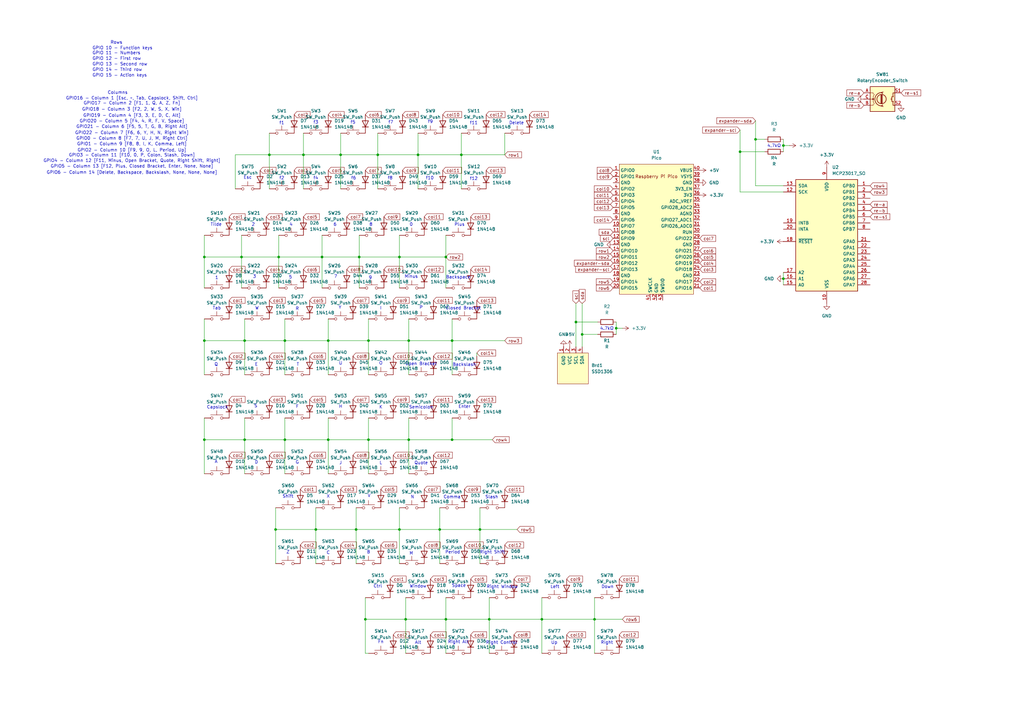
<source format=kicad_sch>
(kicad_sch (version 20231120) (generator "eeschema") (generator_version "8.0")
  (paper "A3")
  (title_block (title "Hackpad Keyboard"))
  (junction (at 185.42 139.7))
  (junction (at 100.33 180.34))
  (junction (at 110.49 63.5))
  (junction (at 321.31 114.3))
  (junction (at 151.13 180.34))
  (junction (at 182.88 254))
  (junction (at 200.66 254))
  (junction (at 321.31 59.69))
  (junction (at 129.54 217.17))
  (junction (at 189.23 63.5))
  (junction (at 171.45 63.5))
  (junction (at 147.32 105.41))
  (junction (at 83.82 180.34))
  (junction (at 238.76 137.16))
  (junction (at 163.83 217.17))
  (junction (at 124.46 63.5))
  (junction (at 100.33 139.7))
  (junction (at 236.22 132.08))
  (junction (at 116.84 180.34))
  (junction (at 309.88 57.15))
  (junction (at 83.82 105.41))
  (junction (at 222.25 254))
  (junction (at 185.42 180.34))
  (junction (at 83.82 139.7))
  (junction (at 99.06 105.41))
  (junction (at 132.08 105.41))
  (junction (at 167.64 139.7))
  (junction (at 163.83 105.41))
  (junction (at 134.62 139.7))
  (junction (at 134.62 180.34))
  (junction (at 243.84 254))
  (junction (at 182.88 105.41))
  (junction (at 167.64 180.34))
  (junction (at 166.37 254))
  (junction (at 196.85 217.17))
  (junction (at 154.94 63.5))
  (junction (at 146.05 217.17))
  (junction (at 151.13 139.7))
  (junction (at 303.53 62.23))
  (junction (at 113.03 217.17))
  (junction (at 114.3 105.41))
  (junction (at 149.86 254))
  (junction (at 139.7 63.5))
  (junction (at 180.34 217.17))
  (junction (at 252.73 134.62))
  (junction (at 116.84 139.7))
  (wire (pts (xy 163.83 208.28) (xy 163.83 217.17)))
  (wire (pts (xy 83.82 105.41) (xy 83.82 118.11)))
  (wire (pts (xy 154.94 63.5) (xy 154.94 77.47)))
  (wire (pts (xy 146.05 217.17) (xy 146.05 231.14)))
  (wire (pts (xy 252.73 132.08) (xy 252.73 134.62)))
  (wire (pts (xy 200.66 245.11) (xy 200.66 254)))
  (wire (pts (xy 180.34 208.28) (xy 180.34 217.17)))
  (wire (pts (xy 132.08 105.41) (xy 147.32 105.41)))
  (wire (pts (xy 100.33 139.7) (xy 83.82 139.7)))
  (wire (pts (xy 100.33 171.45) (xy 100.33 180.34)))
  (wire (pts (xy 139.7 63.5) (xy 154.94 63.5)))
  (wire (pts (xy 146.05 208.28) (xy 146.05 217.17)))
  (wire (pts (xy 163.83 217.17) (xy 180.34 217.17)))
  (wire (pts (xy 146.05 217.17) (xy 163.83 217.17)))
  (wire (pts (xy 139.7 54.61) (xy 139.7 63.5)))
  (wire (pts (xy 100.33 130.81) (xy 100.33 139.7)))
  (wire (pts (xy 114.3 105.41) (xy 132.08 105.41)))
  (wire (pts (xy 99.06 96.52) (xy 99.06 105.41)))
  (wire (pts (xy 100.33 180.34) (xy 100.33 194.31)))
  (wire (pts (xy 207.01 54.61) (xy 207.01 63.5)))
  (wire (pts (xy 147.32 96.52) (xy 147.32 105.41)))
  (wire (pts (xy 236.22 132.08) (xy 236.22 142.24)))
  (wire (pts (xy 309.88 49.53) (xy 309.88 57.15)))
  (wire (pts (xy 96.52 63.5) (xy 110.49 63.5)))
  (wire (pts (xy 100.33 180.34) (xy 116.84 180.34)))
  (wire (pts (xy 185.42 139.7) (xy 185.42 153.67)))
  (wire (pts (xy 163.83 217.17) (xy 163.83 231.14)))
  (wire (pts (xy 182.88 254) (xy 182.88 267.97)))
  (wire (pts (xy 243.84 245.11) (xy 243.84 254)))
  (wire (pts (xy 185.42 139.7) (xy 167.64 139.7)))
  (wire (pts (xy 189.23 63.5) (xy 207.01 63.5)))
  (wire (pts (xy 110.49 77.47) (xy 110.49 63.5)))
  (wire (pts (xy 163.83 96.52) (xy 163.83 105.41)))
  (wire (pts (xy 185.42 130.81) (xy 185.42 139.7)))
  (wire (pts (xy 166.37 245.11) (xy 166.37 254)))
  (wire (pts (xy 116.84 171.45) (xy 116.84 180.34)))
  (wire (pts (xy 83.82 130.81) (xy 83.82 139.7)))
  (wire (pts (xy 200.66 254) (xy 200.66 267.97)))
  (wire (pts (xy 182.88 254) (xy 200.66 254)))
  (wire (pts (xy 96.52 77.47) (xy 96.52 63.5)))
  (wire (pts (xy 83.82 180.34) (xy 83.82 194.31)))
  (wire (pts (xy 252.73 134.62) (xy 252.73 137.16)))
  (wire (pts (xy 243.84 254) (xy 243.84 267.97)))
  (wire (pts (xy 222.25 245.11) (xy 222.25 254)))
  (wire (pts (xy 167.64 139.7) (xy 151.13 139.7)))
  (wire (pts (xy 99.06 105.41) (xy 114.3 105.41)))
  (wire (pts (xy 124.46 63.5) (xy 139.7 63.5)))
  (wire (pts (xy 303.53 62.23) (xy 303.53 53.34)))
  (wire (pts (xy 207.01 139.7) (xy 185.42 139.7)))
  (wire (pts (xy 113.03 217.17) (xy 113.03 231.14)))
  (wire (pts (xy 182.88 245.11) (xy 182.88 254)))
  (wire (pts (xy 163.83 105.41) (xy 182.88 105.41)))
  (wire (pts (xy 134.62 130.81) (xy 134.62 139.7)))
  (wire (pts (xy 189.23 63.5) (xy 189.23 77.47)))
  (wire (pts (xy 321.31 59.69) (xy 321.31 62.23)))
  (wire (pts (xy 113.03 208.28) (xy 113.03 217.17)))
  (wire (pts (xy 151.13 171.45) (xy 151.13 180.34)))
  (wire (pts (xy 200.66 254) (xy 222.25 254)))
  (wire (pts (xy 116.84 130.81) (xy 116.84 139.7)))
  (wire (pts (xy 83.82 105.41) (xy 99.06 105.41)))
  (wire (pts (xy 134.62 171.45) (xy 134.62 180.34)))
  (wire (pts (xy 222.25 254) (xy 243.84 254)))
  (wire (pts (xy 309.88 57.15) (xy 313.69 57.15)))
  (wire (pts (xy 321.31 59.69) (xy 323.85 59.69)))
  (wire (pts (xy 180.34 217.17) (xy 196.85 217.17)))
  (wire (pts (xy 166.37 254) (xy 182.88 254)))
  (wire (pts (xy 149.86 267.97) (xy 149.86 254)))
  (wire (pts (xy 236.22 124.46) (xy 236.22 132.08)))
  (wire (pts (xy 196.85 217.17) (xy 212.09 217.17)))
  (wire (pts (xy 129.54 217.17) (xy 129.54 231.14)))
  (wire (pts (xy 116.84 180.34) (xy 116.84 194.31)))
  (wire (pts (xy 182.88 96.52) (xy 182.88 105.41)))
  (wire (pts (xy 167.64 171.45) (xy 167.64 180.34)))
  (wire (pts (xy 151.13 139.7) (xy 134.62 139.7)))
  (wire (pts (xy 154.94 63.5) (xy 171.45 63.5)))
  (wire (pts (xy 83.82 171.45) (xy 83.82 180.34)))
  (wire (pts (xy 171.45 63.5) (xy 189.23 63.5)))
  (wire (pts (xy 129.54 217.17) (xy 146.05 217.17)))
  (wire (pts (xy 124.46 63.5) (xy 124.46 77.47)))
  (wire (pts (xy 83.82 139.7) (xy 83.82 153.67)))
  (wire (pts (xy 116.84 180.34) (xy 134.62 180.34)))
  (wire (pts (xy 171.45 54.61) (xy 171.45 63.5)))
  (wire (pts (xy 167.64 130.81) (xy 167.64 139.7)))
  (wire (pts (xy 167.64 139.7) (xy 167.64 153.67)))
  (wire (pts (xy 151.13 180.34) (xy 167.64 180.34)))
  (wire (pts (xy 309.88 57.15) (xy 309.88 76.2)))
  (wire (pts (xy 129.54 208.28) (xy 129.54 217.17)))
  (wire (pts (xy 151.13 180.34) (xy 151.13 194.31)))
  (wire (pts (xy 149.86 254) (xy 166.37 254)))
  (wire (pts (xy 110.49 54.61) (xy 110.49 63.5)))
  (wire (pts (xy 113.03 217.17) (xy 129.54 217.17)))
  (wire (pts (xy 139.7 63.5) (xy 139.7 77.47)))
  (wire (pts (xy 149.86 254) (xy 149.86 245.11)))
  (wire (pts (xy 236.22 132.08) (xy 245.11 132.08)))
  (wire (pts (xy 195.58 144.78) (xy 195.58 146.05)))
  (wire (pts (xy 100.33 139.7) (xy 100.33 153.67)))
  (wire (pts (xy 321.31 114.3) (xy 321.31 116.84)))
  (wire (pts (xy 185.42 171.45) (xy 185.42 180.34)))
  (wire (pts (xy 167.64 180.34) (xy 167.64 194.31)))
  (wire (pts (xy 99.06 105.41) (xy 99.06 118.11)))
  (wire (pts (xy 238.76 137.16) (xy 245.11 137.16)))
  (wire (pts (xy 222.25 254) (xy 222.25 267.97)))
  (wire (pts (xy 182.88 105.41) (xy 182.88 118.11)))
  (wire (pts (xy 238.76 124.46) (xy 238.76 137.16)))
  (wire (pts (xy 303.53 62.23) (xy 313.69 62.23)))
  (wire (pts (xy 167.64 180.34) (xy 185.42 180.34)))
  (wire (pts (xy 321.31 111.76) (xy 321.31 114.3)))
  (wire (pts (xy 151.13 130.81) (xy 151.13 139.7)))
  (wire (pts (xy 124.46 54.61) (xy 124.46 63.5)))
  (wire (pts (xy 132.08 105.41) (xy 132.08 118.11)))
  (wire (pts (xy 171.45 63.5) (xy 171.45 77.47)))
  (wire (pts (xy 147.32 105.41) (xy 163.83 105.41)))
  (wire (pts (xy 321.31 57.15) (xy 321.31 59.69)))
  (wire (pts (xy 196.85 208.28) (xy 196.85 217.17)))
  (wire (pts (xy 147.32 105.41) (xy 147.32 118.11)))
  (wire (pts (xy 114.3 105.41) (xy 114.3 118.11)))
  (wire (pts (xy 238.76 137.16) (xy 238.76 142.24)))
  (wire (pts (xy 134.62 180.34) (xy 151.13 180.34)))
  (wire (pts (xy 166.37 254) (xy 166.37 267.97)))
  (wire (pts (xy 252.73 134.62) (xy 255.27 134.62)))
  (wire (pts (xy 151.13 139.7) (xy 151.13 153.67)))
  (wire (pts (xy 154.94 54.61) (xy 154.94 63.5)))
  (wire (pts (xy 303.53 78.74) (xy 303.53 62.23)))
  (wire (pts (xy 185.42 180.34) (xy 201.93 180.34)))
  (wire (pts (xy 309.88 76.2) (xy 321.31 76.2)))
  (wire (pts (xy 151.13 267.97) (xy 149.86 267.97)))
  (wire (pts (xy 321.31 78.74) (xy 303.53 78.74)))
  (wire (pts (xy 243.84 254) (xy 255.27 254)))
  (wire (pts (xy 163.83 105.41) (xy 163.83 118.11)))
  (wire (pts (xy 110.49 63.5) (xy 124.46 63.5)))
  (wire (pts (xy 116.84 139.7) (xy 116.84 153.67)))
  (wire (pts (xy 134.62 139.7) (xy 134.62 153.67)))
  (wire (pts (xy 189.23 54.61) (xy 189.23 63.5)))
  (wire (pts (xy 134.62 180.34) (xy 134.62 194.31)))
  (wire (pts (xy 134.62 139.7) (xy 116.84 139.7)))
  (wire (pts (xy 132.08 96.52) (xy 132.08 105.41)))
  (wire (pts (xy 114.3 96.52) (xy 114.3 105.41)))
  (wire (pts (xy 83.82 180.34) (xy 100.33 180.34)))
  (wire (pts (xy 83.82 96.52) (xy 83.82 105.41)))
  (wire (pts (xy 196.85 217.17) (xy 196.85 231.14)))
  (wire (pts (xy 116.84 139.7) (xy 100.33 139.7)))
  (wire (pts (xy 180.34 217.17) (xy 180.34 231.14)))
  (text "f11" (at 194.31 50.546 0) (effects (font (size 1.27 1.27))))
  (text "Tilde" (at 88.646 92.202 0) (effects (font (size 1.27 1.27))))
  (text "N" (at 169.164 203.962 0) (effects (font (size 1.27 1.27))))
  (text "5" (at 119.126 113.792 0) (effects (font (size 1.27 1.27))))
  (text "GPIO6 - Column 14 [Delete, Backspace, Backslash, None, None, None]" (at 54.102 70.866 0) (effects (font (size 1.27 1.27))))
  (text "f2" (at 115.57 73.152 0) (effects (font (size 1.27 1.27))))
  (text "E" (at 105.156 149.606 0) (effects (font (size 1.27 1.27))))
  (text "Right Control" (at 205.74 263.652 0) (effects (font (size 1.27 1.27))))
  (text "GPIO0 - Column 8 [F7, 7, U, J, M, Right Ctrl]" (at 54.102 56.896 0) (effects (font (size 1.27 1.27))))
  (text "1" (at 88.9 114.046 0) (effects (font (size 1.27 1.27))))
  (text "4.7kΩ" (at 317.5 59.944 0) (effects (font (size 1.27 1.27))))
  (text "Right Alt" (at 187.96 263.398 0) (effects (font (size 1.27 1.27))))
  (text "I" (at 156.21 126.492 0) (effects (font (size 1.27 1.27))))
  (text "Columns" (at 48.26 38.1 0) (effects (font (size 1.27 1.27))))
  (text "GPIO16 - Column 1 [Esc, ~, Tab, Capslock, Shift, Ctrl]" (at 54.102 40.386 0) (effects (font (size 1.27 1.27))))
  (text "Up" (at 227.33 263.652 0) (effects (font (size 1.27 1.27))))
  (text "B" (at 151.13 226.568 0) (effects (font (size 1.27 1.27))))
  (text "GPIO1 - Column 9 [F8, 8, I, K, Comma, Left]" (at 54.102 59.182 0) (effects (font (size 1.27 1.27))))
  (text "R" (at 121.92 126.746 0) (effects (font (size 1.27 1.27))))
  (text "GPIO 10 - Function keys" (at 37.846 19.812 0) (effects (font (size 1.27 1.27)) (justify left)))
  (text "f10" (at 176.276 73.152 0) (effects (font (size 1.27 1.27))))
  (text "3" (at 104.394 113.538 0) (effects (font (size 1.27 1.27))))
  (text "4" (at 119.38 92.202 0) (effects (font (size 1.27 1.27))))
  (text "f9" (at 176.53 50.038 0) (effects (font (size 1.27 1.27))))
  (text "T" (at 122.174 149.606 0) (effects (font (size 1.27 1.27))))
  (text "GPIO5 - Column 13 [F12, Plus, Closed Bracket, Enter, None, None]" (at 54.102 68.326 0) (effects (font (size 1.27 1.27))))
  (text "Right Shift" (at 201.93 226.568 0) (effects (font (size 1.27 1.27))))
  (text "Plus" (at 188.468 92.202 0) (effects (font (size 1.27 1.27))))
  (text "O" (at 156.21 149.098 0) (effects (font (size 1.27 1.27))))
  (text "Tab" (at 88.9 126.492 0) (effects (font (size 1.27 1.27))))
  (text "GPIO20 - Column 5 [F4, 4, R, F, V, Space]" (at 54.102 49.784 0) (effects (font (size 1.27 1.27))))
  (text "Semicolon" (at 172.72 167.132 0) (effects (font (size 1.27 1.27))))
  (text "GPIO 11 - Numbers" (at 37.846 21.844 0) (effects (font (size 1.27 1.27)) (justify left)))
  (text "GPIO 15 - Action keys" (at 37.846 30.988 0) (effects (font (size 1.27 1.27)) (justify left)))
  (text "GPIO4 - Column 12 [F11, Minus, Open Bracket, Quote, Right Shift, Right]" (at 54.102 66.04 0) (effects (font (size 1.27 1.27))))
  (text "Backslash" (at 190.4332 149.669 0) (effects (font (size 1.27 1.27))))
  (text "X" (at 134.62 203.708 0) (effects (font (size 1.27 1.27))))
  (text "GPIO 13 - Second row" (at 37.846 26.416 0) (effects (font (size 1.27 1.27)) (justify left)))
  (text "D" (at 105.156 189.738 0) (effects (font (size 1.27 1.27))))
  (text "K" (at 156.21 167.132 0) (effects (font (size 1.27 1.27))))
  (text "Comma" (at 185.42 203.962 0) (effects (font (size 1.27 1.27))))
  (text "GPIO19 - Column 4 [F3, 3, E, D, C, Alt]" (at 54.102 47.498 0) (effects (font (size 1.27 1.27))))
  (text "Fn" (at 156.21 263.398 0) (effects (font (size 1.27 1.27))))
  (text "Right" (at 248.92 263.652 0) (effects (font (size 1.27 1.27))))
  (text "Z" (at 118.11 226.568 0) (effects (font (size 1.27 1.27))))
  (text "H" (at 139.7 166.878 0) (effects (font (size 1.27 1.27))))
  (text "Shift" (at 118.11 203.708 0) (effects (font (size 1.27 1.27))))
  (text "f7" (at 160.274 50.292 0) (effects (font (size 1.27 1.27))))
  (text "7" (at 137.668 113.538 0) (effects (font (size 1.27 1.27))))
  (text "0" (at 168.656 92.202 0) (effects (font (size 1.27 1.27))))
  (text "GPIO2 - Column 10 [F9, 9, O, L, Period, Up]" (at 54.102 61.722 0) (effects (font (size 1.27 1.27))))
  (text "f3" (at 129.54 50.292 0) (effects (font (size 1.27 1.27))))
  (text "L" (at 156.21 189.992 0) (effects (font (size 1.27 1.27))))
  (text "Delete" (at 211.836 50.546 0) (effects (font (size 1.27 1.27))))
  (text "Left" (at 227.584 240.792 0) (effects (font (size 1.27 1.27))))
  (text "Window" (at 171.45 240.538 0) (effects (font (size 1.27 1.27))))
  (text "GPIO17 - Column 2 [F1, 1, Q, A, Z, Fn]" (at 54.102 42.418 0) (effects (font (size 1.27 1.27))))
  (text "Right Window" (at 205.994 240.792 0) (effects (font (size 1.27 1.27))))
  (text "4.7kΩ" (at 248.92 134.874 0) (effects (font (size 1.27 1.27))))
  (text "Minus" (at 168.656 113.538 0) (effects (font (size 1.27 1.27))))
  (text "M" (at 168.656 227.076 0) (effects (font (size 1.27 1.27))))
  (text "C" (at 134.62 226.822 0) (effects (font (size 1.27 1.27))))
  (text "Quote" (at 172.72 189.992 0) (effects (font (size 1.27 1.27))))
  (text "Down" (at 249.174 240.792 0) (effects (font (size 1.27 1.27))))
  (text "J" (at 139.7 189.992 0) (effects (font (size 1.27 1.27))))
  (text "Slash" (at 201.676 203.962 0) (effects (font (size 1.27 1.27))))
  (text "6" (at 137.414 92.202 0) (effects (font (size 1.27 1.27))))
  (text "f12" (at 194.31 73.406 0) (effects (font (size 1.27 1.27))))
  (text "W" (at 105.41 126.492 0) (effects (font (size 1.27 1.27))))
  (text "GPIO 14 - Third row" (at 37.846 28.702 0) (effects (font (size 1.27 1.27)) (justify left)))
  (text "Enter" (at 190.5 166.878 0) (effects (font (size 1.27 1.27))))
  (text "Period" (at 185.674 226.568 0) (effects (font (size 1.27 1.27))))
  (text "Ctrl" (at 154.94 240.538 0) (effects (font (size 1.27 1.27))))
  (text "Rows" (at 47.752 17.526 0) (effects (font (size 1.27 1.27))))
  (text "P" (at 172.72 126.238 0) (effects (font (size 1.27 1.27))))
  (text "f5" (at 144.78 50.292 0) (effects (font (size 1.27 1.27))))
  (text "f6" (at 145.034 73.152 0) (effects (font (size 1.27 1.27))))
  (text "GPIO22 - Column 7 [F6, 6, Y, H, N, Right Win]" (at 54.102 54.61 0) (effects (font (size 1.27 1.27))))
  (text "Space" (at 188.214 240.284 0) (effects (font (size 1.27 1.27))))
  (text "9" (at 151.892 114.046 0) (effects (font (size 1.27 1.27))))
  (text "Q" (at 88.646 149.606 0) (effects (font (size 1.27 1.27))))
  (text "2" (at 103.886 92.202 0) (effects (font (size 1.27 1.27))))
  (text "Capslock" (at 89.154 167.132 0) (effects (font (size 1.27 1.27))))
  (text "f1" (at 115.57 50.546 0) (effects (font (size 1.27 1.27))))
  (text "Alt" (at 171.45 263.652 0) (effects (font (size 1.27 1.27))))
  (text "F" (at 121.92 166.878 0) (effects (font (size 1.27 1.27))))
  (text "Esc" (at 101.6 72.898 0) (effects (font (size 1.27 1.27))))
  (text "8" (at 152.146 92.202 0) (effects (font (size 1.27 1.27))))
  (text "GPIO 12 - First row" (at 37.846 24.13 0) (effects (font (size 1.27 1.27)) (justify left)))
  (text "U" (at 139.7 149.098 0) (effects (font (size 1.27 1.27))))
  (text "GPIO18 - Column 3 [F2, 2, W, S, X, Win]" (at 54.102 44.958 0) (effects (font (size 1.27 1.27))))
  (text "S" (at 104.902 166.624 0) (effects (font (size 1.27 1.27))))
  (text "Backspace" (at 187.96 113.792 0) (effects (font (size 1.27 1.27))))
  (text "A" (at 88.646 189.484 0) (effects (font (size 1.27 1.27))))
  (text "V" (at 151.384 203.454 0) (effects (font (size 1.27 1.27))))
  (text "Y" (at 139.446 126.238 0) (effects (font (size 1.27 1.27))))
  (text "Closed Bracket" (at 189.992 126.492 0) (effects (font (size 1.27 1.27))))
  (text "f4" (at 129.54 73.152 0) (effects (font (size 1.27 1.27))))
  (text "f8" (at 160.02 73.152 0) (effects (font (size 1.27 1.27))))
  (text "GPIO21 - Column 6 [F5, 5, T, G, B, Right Alt]" (at 54.102 52.07 0) (effects (font (size 1.27 1.27))))
  (text "G" (at 121.92 189.738 0) (effects (font (size 1.27 1.27))))
  (text "GPIO3 - Column 11 [F10, 0, P, Colon, Slash, Down]" (at 54.102 63.754 0) (effects (font (size 1.27 1.27))))
  (text "Open Bracket" (at 172.72 149.352 0) (effects (font (size 1.27 1.27))))
  (global_label "col9" (shape input) (at 165.1 69.85 0) (property "Intersheetrefs" "${INTERSHEET_REFS}" (effects (hide yes))))
  (global_label "col8" (shape input) (at 210.82 260.35 0) (property "Intersheetrefs" "${INTERSHEET_REFS}" (effects (hide yes))))
  (global_label "re-a" (shape input) (at 356.87 83.82 0) (property "Intersheetrefs" "${INTERSHEET_REFS}" (effects (hide yes))))
  (global_label "col11" (shape input) (at 181.61 69.85 0) (property "Intersheetrefs" "${INTERSHEET_REFS}" (effects (hide yes))))
  (global_label "col1" (shape input) (at 287.02 118.11 0) (property "Intersheetrefs" "${INTERSHEET_REFS}" (effects (hide yes))))
  (global_label "col4" (shape input) (at 110.49 186.69 0) (property "Intersheetrefs" "${INTERSHEET_REFS}" (effects (hide yes))))
  (global_label "col5" (shape input) (at 134.62 69.85 0) (property "Intersheetrefs" "${INTERSHEET_REFS}" (effects (hide yes))))
  (global_label "row3" (shape input) (at 207.01 139.7 0) (property "Intersheetrefs" "${INTERSHEET_REFS}" (effects (hide yes))))
  (global_label "col10" (shape input) (at 181.61 46.99 0) (property "Intersheetrefs" "${INTERSHEET_REFS}" (effects (hide yes))))
  (global_label "row5" (shape input) (at 212.09 217.17 0) (property "Intersheetrefs" "${INTERSHEET_REFS}" (effects (hide yes))))
  (global_label "col12" (shape input) (at 177.8 146.05 0) (property "Intersheetrefs" "${INTERSHEET_REFS}" (effects (hide yes))))
  (global_label "col9" (shape input) (at 190.5 200.66 0) (property "Intersheetrefs" "${INTERSHEET_REFS}" (effects (hide yes))))
  (global_label "col7" (shape input) (at 142.24 88.9 0) (property "Intersheetrefs" "${INTERSHEET_REFS}" (effects (hide yes))))
  (global_label "sda" (shape input) (at 251.46 95.25 180) (property "Intersheetrefs" "${INTERSHEET_REFS}" (effects (hide yes))))
  (global_label "col8" (shape input) (at 144.78 146.05 0) (property "Intersheetrefs" "${INTERSHEET_REFS}" (effects (hide yes))))
  (global_label "col10" (shape input) (at 161.29 186.69 0) (property "Intersheetrefs" "${INTERSHEET_REFS}" (effects (hide yes))))
  (global_label "row6" (shape input) (at 255.27 254 0) (property "Intersheetrefs" "${INTERSHEET_REFS}" (effects (hide yes))))
  (global_label "col11" (shape input) (at 251.46 80.01 180) (property "Intersheetrefs" "${INTERSHEET_REFS}" (effects (hide yes))))
  (global_label "col13" (shape input) (at 195.58 163.83 0) (property "Intersheetrefs" "${INTERSHEET_REFS}" (effects (hide yes))))
  (global_label "col6" (shape input) (at 149.86 46.99 0) (property "Intersheetrefs" "${INTERSHEET_REFS}" (effects (hide yes))))
  (global_label "col12" (shape input) (at 254 260.35 0) (property "Intersheetrefs" "${INTERSHEET_REFS}" (effects (hide yes))))
  (global_label "row5" (shape input) (at 251.46 115.57 180) (property "Intersheetrefs" "${INTERSHEET_REFS}" (effects (hide yes))))
  (global_label "col8" (shape input) (at 165.1 46.99 0) (property "Intersheetrefs" "${INTERSHEET_REFS}" (effects (hide yes))))
  (global_label "col8" (shape input) (at 173.99 223.52 0) (property "Intersheetrefs" "${INTERSHEET_REFS}" (effects (hide yes))))
  (global_label "re-b" (shape input) (at 356.87 86.36 0) (property "Intersheetrefs" "${INTERSHEET_REFS}" (effects (hide yes))))
  (global_label "col1" (shape input) (at 106.68 69.85 0) (property "Intersheetrefs" "${INTERSHEET_REFS}" (effects (hide yes))))
  (global_label "col13" (shape input) (at 195.58 123.19 0) (property "Intersheetrefs" "${INTERSHEET_REFS}" (effects (hide yes))))
  (global_label "col4" (shape input) (at 139.7 223.52 0) (property "Intersheetrefs" "${INTERSHEET_REFS}" (effects (hide yes))))
  (global_label "col13" (shape input) (at 199.39 69.85 0) (property "Intersheetrefs" "${INTERSHEET_REFS}" (effects (hide yes))))
  (global_label "col9" (shape input) (at 251.46 72.39 180) (property "Intersheetrefs" "${INTERSHEET_REFS}" (effects (hide yes))))
  (global_label "col3" (shape input) (at 109.22 88.9 0) (property "Intersheetrefs" "${INTERSHEET_REFS}" (effects (hide yes))))
  (global_label "col10" (shape input) (at 232.41 260.35 0) (property "Intersheetrefs" "${INTERSHEET_REFS}" (effects (hide yes))))
  (global_label "col1" (shape input) (at 93.98 88.9 0) (property "Intersheetrefs" "${INTERSHEET_REFS}" (effects (hide yes))))
  (global_label "col5" (shape input) (at 127 163.83 0) (property "Intersheetrefs" "${INTERSHEET_REFS}" (effects (hide yes))))
  (global_label "col6" (shape input) (at 156.21 223.52 0) (property "Intersheetrefs" "${INTERSHEET_REFS}" (effects (hide yes))))
  (global_label "col4" (shape input) (at 134.62 46.99 0) (property "Intersheetrefs" "${INTERSHEET_REFS}" (effects (hide yes))))
  (global_label "col4" (shape input) (at 109.22 110.49 0) (property "Intersheetrefs" "${INTERSHEET_REFS}" (effects (hide yes))))
  (global_label "col12" (shape input) (at 207.01 223.52 0) (property "Intersheetrefs" "${INTERSHEET_REFS}" (effects (hide yes))))
  (global_label "col11" (shape input) (at 173.99 88.9 0) (property "Intersheetrefs" "${INTERSHEET_REFS}" (effects (hide yes))))
  (global_label "col1" (shape input) (at 123.19 200.66 0) (property "Intersheetrefs" "${INTERSHEET_REFS}" (effects (hide yes))))
  (global_label "col5" (shape input) (at 193.04 237.49 0) (property "Intersheetrefs" "${INTERSHEET_REFS}" (effects (hide yes))))
  (global_label "row1" (shape input) (at 207.01 63.5 0) (property "Intersheetrefs" "${INTERSHEET_REFS}" (effects (hide yes))))
  (global_label "row2" (shape input) (at 182.88 105.41 0) (property "Intersheetrefs" "${INTERSHEET_REFS}" (effects (hide yes))))
  (global_label "col3" (shape input) (at 120.65 69.85 0) (property "Intersheetrefs" "${INTERSHEET_REFS}" (effects (hide yes))))
  (global_label "col5" (shape input) (at 127 123.19 0) (property "Intersheetrefs" "${INTERSHEET_REFS}" (effects (hide yes))))
  (global_label "col8" (shape input) (at 251.46 69.85 180) (property "Intersheetrefs" "${INTERSHEET_REFS}" (effects (hide yes))))
  (global_label "col6" (shape input) (at 193.04 260.35 0) (property "Intersheetrefs" "${INTERSHEET_REFS}" (effects (hide yes))))
  (global_label "col9" (shape input) (at 232.41 237.49 0) (property "Intersheetrefs" "${INTERSHEET_REFS}" (effects (hide yes))))
  (global_label "col14" (shape input) (at 193.04 110.49 0) (property "Intersheetrefs" "${INTERSHEET_REFS}" (effects (hide yes))))
  (global_label "col8" (shape input) (at 142.24 110.49 0) (property "Intersheetrefs" "${INTERSHEET_REFS}" (effects (hide yes))))
  (global_label "col11" (shape input) (at 207.01 200.66 0) (property "Intersheetrefs" "${INTERSHEET_REFS}" (effects (hide yes))))
  (global_label "col6" (shape input) (at 127 186.69 0) (property "Intersheetrefs" "${INTERSHEET_REFS}" (effects (hide yes))))
  (global_label "col9" (shape input) (at 157.48 88.9 0) (property "Intersheetrefs" "${INTERSHEET_REFS}" (effects (hide yes))))
  (global_label "sda" (shape input) (at 238.76 124.46 90) (property "Intersheetrefs" "${INTERSHEET_REFS}" (effects (hide yes))))
  (global_label "col7" (shape input) (at 287.02 97.79 0) (property "Intersheetrefs" "${INTERSHEET_REFS}" (effects (hide yes))))
  (global_label "col2" (shape input) (at 287.02 115.57 0) (property "Intersheetrefs" "${INTERSHEET_REFS}" (effects (hide yes))))
  (global_label "col3" (shape input) (at 139.7 200.66 0) (property "Intersheetrefs" "${INTERSHEET_REFS}" (effects (hide yes))))
  (global_label "col2" (shape input) (at 93.98 146.05 0) (property "Intersheetrefs" "${INTERSHEET_REFS}" (effects (hide yes))))
  (global_label "col13" (shape input) (at 251.46 85.09 180) (property "Intersheetrefs" "${INTERSHEET_REFS}" (effects (hide yes))))
  (global_label "re-s1" (shape input) (at 369.57 38.1 0) (property "Intersheetrefs" "${INTERSHEET_REFS}" (effects (hide yes))))
  (global_label "col10" (shape input) (at 157.48 110.49 0) (property "Intersheetrefs" "${INTERSHEET_REFS}" (effects (hide yes))))
  (global_label "col5" (shape input) (at 156.21 200.66 0) (property "Intersheetrefs" "${INTERSHEET_REFS}" (effects (hide yes))))
  (global_label "col12" (shape input) (at 199.39 46.99 0) (property "Intersheetrefs" "${INTERSHEET_REFS}" (effects (hide yes))))
  (global_label "col14" (shape input) (at 251.46 90.17 180) (property "Intersheetrefs" "${INTERSHEET_REFS}" (effects (hide yes))))
  (global_label "col2" (shape input) (at 161.29 260.35 0) (property "Intersheetrefs" "${INTERSHEET_REFS}" (effects (hide yes))))
  (global_label "col10" (shape input) (at 251.46 77.47 180) (property "Intersheetrefs" "${INTERSHEET_REFS}" (effects (hide yes))))
  (global_label "expander-sda" (shape input) (at 309.88 49.53 180) (property "Intersheetrefs" "${INTERSHEET_REFS}" (effects (hide yes))))
  (global_label "col7" (shape input) (at 210.82 237.49 0) (property "Intersheetrefs" "${INTERSHEET_REFS}" (effects (hide yes))))
  (global_label "expander-scl" (shape input) (at 303.53 53.34 180) (property "Intersheetrefs" "${INTERSHEET_REFS}" (effects (hide yes))))
  (global_label "row2" (shape input) (at 251.46 105.41 180) (property "Intersheetrefs" "${INTERSHEET_REFS}" (effects (hide yes))))
  (global_label "col12" (shape input) (at 177.8 186.69 0) (property "Intersheetrefs" "${INTERSHEET_REFS}" (effects (hide yes))))
  (global_label "row6" (shape input) (at 251.46 118.11 180) (property "Intersheetrefs" "${INTERSHEET_REFS}" (effects (hide yes))))
  (global_label "row4" (shape input) (at 201.93 180.34 0) (property "Intersheetrefs" "${INTERSHEET_REFS}" (effects (hide yes))))
  (global_label "col14" (shape input) (at 195.58 144.78 0) (property "Intersheetrefs" "${INTERSHEET_REFS}" (effects (hide yes))))
  (global_label "col7" (shape input) (at 149.86 69.85 0) (property "Intersheetrefs" "${INTERSHEET_REFS}" (effects (hide yes))))
  (global_label "scl" (shape input) (at 251.46 97.79 180) (property "Intersheetrefs" "${INTERSHEET_REFS}" (effects (hide yes))))
  (global_label "row3" (shape input) (at 356.87 78.74 0) (property "Intersheetrefs" "${INTERSHEET_REFS}" (effects (hide yes))))
  (global_label "row1" (shape input) (at 251.46 102.87 180) (property "Intersheetrefs" "${INTERSHEET_REFS}" (effects (hide yes))))
  (global_label "col3" (shape input) (at 110.49 123.19 0) (property "Intersheetrefs" "${INTERSHEET_REFS}" (effects (hide yes))))
  (global_label "re-a" (shape input) (at 354.33 38.1 180) (property "Intersheetrefs" "${INTERSHEET_REFS}" (effects (hide yes))))
  (global_label "col6" (shape input) (at 287.02 102.87 0) (property "Intersheetrefs" "${INTERSHEET_REFS}" (effects (hide yes))))
  (global_label "col3" (shape input) (at 176.53 237.49 0) (property "Intersheetrefs" "${INTERSHEET_REFS}" (effects (hide yes))))
  (global_label "row4" (shape input) (at 356.87 76.2 0) (property "Intersheetrefs" "${INTERSHEET_REFS}" (effects (hide yes))))
  (global_label "col3" (shape input) (at 287.02 110.49 0) (property "Intersheetrefs" "${INTERSHEET_REFS}" (effects (hide yes))))
  (global_label "col5" (shape input) (at 287.02 105.41 0) (property "Intersheetrefs" "${INTERSHEET_REFS}" (effects (hide yes))))
  (global_label "expander-scl" (shape input) (at 251.46 110.49 180) (property "Intersheetrefs" "${INTERSHEET_REFS}" (effects (hide yes))))
  (global_label "col6" (shape input) (at 124.46 110.49 0) (property "Intersheetrefs" "${INTERSHEET_REFS}" (effects (hide yes))))
  (global_label "col9" (shape input) (at 161.29 123.19 0) (property "Intersheetrefs" "${INTERSHEET_REFS}" (effects (hide yes))))
  (global_label "col2" (shape input) (at 93.98 110.49 0) (property "Intersheetrefs" "${INTERSHEET_REFS}" (effects (hide yes))))
  (global_label "col2" (shape input) (at 93.98 186.69 0) (property "Intersheetrefs" "${INTERSHEET_REFS}" (effects (hide yes))))
  (global_label "col5" (shape input) (at 124.46 88.9 0) (property "Intersheetrefs" "${INTERSHEET_REFS}" (effects (hide yes))))
  (global_label "col8" (shape input) (at 144.78 186.69 0) (property "Intersheetrefs" "${INTERSHEET_REFS}" (effects (hide yes))))
  (global_label "col11" (shape input) (at 177.8 163.83 0) (property "Intersheetrefs" "${INTERSHEET_REFS}" (effects (hide yes))))
  (global_label "col4" (shape input) (at 110.49 146.05 0) (property "Intersheetrefs" "${INTERSHEET_REFS}" (effects (hide yes))))
  (global_label "col7" (shape input) (at 173.99 200.66 0) (property "Intersheetrefs" "${INTERSHEET_REFS}" (effects (hide yes))))
  (global_label "col12" (shape input) (at 251.46 82.55 180) (property "Intersheetrefs" "${INTERSHEET_REFS}" (effects (hide yes))))
  (global_label "re-b" (shape input) (at 354.33 43.18 180) (property "Intersheetrefs" "${INTERSHEET_REFS}" (effects (hide yes))))
  (global_label "col10" (shape input) (at 190.5 223.52 0) (property "Intersheetrefs" "${INTERSHEET_REFS}" (effects (hide yes))))
  (global_label "col3" (shape input) (at 110.49 163.83 0) (property "Intersheetrefs" "${INTERSHEET_REFS}" (effects (hide yes))))
  (global_label "col7" (shape input) (at 144.78 163.83 0) (property "Intersheetrefs" "${INTERSHEET_REFS}" (effects (hide yes))))
  (global_label "col1" (shape input) (at 93.98 163.83 0) (property "Intersheetrefs" "${INTERSHEET_REFS}" (effects (hide yes))))
  (global_label "col7" (shape input) (at 144.78 123.19 0) (property "Intersheetrefs" "${INTERSHEET_REFS}" (effects (hide yes))))
  (global_label "col13" (shape input) (at 193.04 88.9 0) (property "Intersheetrefs" "${INTERSHEET_REFS}" (effects (hide yes))))
  (global_label "col4" (shape input) (at 287.02 107.95 0) (property "Intersheetrefs" "${INTERSHEET_REFS}" (effects (hide yes))))
  (global_label "expander-sda" (shape input) (at 251.46 107.95 180) (property "Intersheetrefs" "${INTERSHEET_REFS}" (effects (hide yes))))
  (global_label "col9" (shape input) (at 161.29 163.83 0) (property "Intersheetrefs" "${INTERSHEET_REFS}" (effects (hide yes))))
  (global_label "col2" (shape input) (at 123.19 223.52 0) (property "Intersheetrefs" "${INTERSHEET_REFS}" (effects (hide yes))))
  (global_label "col14" (shape input) (at 217.17 46.99 0) (property "Intersheetrefs" "${INTERSHEET_REFS}" (effects (hide yes))))
  (global_label "col2" (shape input) (at 120.65 46.99 0) (property "Intersheetrefs" "${INTERSHEET_REFS}" (effects (hide yes))))
  (global_label "col1" (shape input) (at 160.02 237.49 0) (property "Intersheetrefs" "${INTERSHEET_REFS}" (effects (hide yes))))
  (global_label "col1" (shape input) (at 93.98 123.19 0) (property "Intersheetrefs" "${INTERSHEET_REFS}" (effects (hide yes))))
  (global_label "col12" (shape input) (at 173.99 110.49 0) (property "Intersheetrefs" "${INTERSHEET_REFS}" (effects (hide yes))))
  (global_label "col4" (shape input) (at 176.53 260.35 0) (property "Intersheetrefs" "${INTERSHEET_REFS}" (effects (hide yes))))
  (global_label "col11" (shape input) (at 254 237.49 0) (property "Intersheetrefs" "${INTERSHEET_REFS}" (effects (hide yes))))
  (global_label "col11" (shape input) (at 177.8 123.19 0) (property "Intersheetrefs" "${INTERSHEET_REFS}" (effects (hide yes))))
  (global_label "col6" (shape input) (at 127 146.05 0) (property "Intersheetrefs" "${INTERSHEET_REFS}" (effects (hide yes))))
  (global_label "scl" (shape input) (at 236.22 124.46 90) (property "Intersheetrefs" "${INTERSHEET_REFS}" (effects (hide yes))))
  (global_label "col10" (shape input) (at 161.29 146.05 0) (property "Intersheetrefs" "${INTERSHEET_REFS}" (effects (hide yes))))
  (global_label "re-s1" (shape input) (at 356.87 88.9 0) (property "Intersheetrefs" "${INTERSHEET_REFS}" (effects (hide yes))))
  (symbol (lib_id "MCU_RaspberryPi_and_Boards:Pico") (at 269.24 93.98 0) (unit 1)
    (property "Reference" "U1" (at 269.24 62.23 0))
    (property "Value" "Pico" (at 269.24 64.77 0))
    (property "Footprint" "MCU_RaspberryPi_and_Boards:RPi_Pico_SMD_TH" (effects (hide yes)))
  )
  (symbol (lib_id "Switch:SW_Push") (at 194.31 54.61 0) (unit 1)
    (property "Reference" "SW11" (at 194.31 45.466 0))
    (property "Value" "SW_Push" (at 194.31 48.006 0))
    (property "Footprint" "ModeledDefaults:SW_Cherry_MX_1.00u_PCB" (effects (hide yes)))
    (property "Description" "Push button switch, generic, two pins" (effects (hide yes)))
  )
  (symbol (lib_id "Switch:SW_Push") (at 176.53 54.61 0) (unit 1)
    (property "Reference" "SW9" (at 176.53 45.466 0))
    (property "Value" "SW_Push" (at 176.53 48.006 0))
    (property "Footprint" "ModeledDefaults:SW_Cherry_MX_1.00u_PCB" (effects (hide yes)))
    (property "Description" "Push button switch, generic, two pins" (effects (hide yes)))
  )
  (symbol (lib_id "power:GND") (at 354.33 40.64 270) (unit 1)
    (property "Reference" "#PWR05" (effects (hide yes)))
    (property "Value" "GND" (at 350.52 40.6399 90) (effects (justify right)))
    (property "Description" "Power symbol creates a global label with name \"GND\" , ground" (effects (hide yes)))
  )
  (symbol (lib_id "power:+3.3V") (at 321.31 99.06 90) (unit 1)
    (property "Reference" "#PWR011" (effects (hide yes)))
    (property "Value" "+3.3V" (at 317.5 99.0599 90) (effects (justify left)))
    (property "Description" "Power symbol creates a global label with name \"+3.3V\"" (effects (hide yes)))
  )
  (symbol (lib_id "Switch:SW_Push") (at 88.9 194.31 0) (unit 1)
    (property "Reference" "SW48" (at 88.9 185.166 0))
    (property "Value" "SW_Push" (at 88.9 187.706 0))
    (property "Footprint" "ModeledDefaults:SW_Cherry_MX_1.00u_PCB" (effects (hide yes)))
    (property "Description" "Push button switch, generic, two pins" (effects (hide yes)))
  )
  (symbol (lib_id "Switch:SW_Push") (at 171.45 267.97 0) (unit 1)
    (property "Reference" "SW17" (at 171.45 258.826 0))
    (property "Value" "SW_Push" (at 171.45 261.366 0))
    (property "Footprint" "ModeledDefaults:SW_Cherry_MX_1.00u_PCB" (effects (hide yes)))
    (property "Description" "Push button switch, generic, two pins" (effects (hide yes)))
  )
  (symbol (lib_id "Diode:1N4148") (at 165.1 73.66 90) (unit 1)
    (property "Reference" "D49" (at 167.64 72.3899 90) (effects (justify right)))
    (property "Value" "1N4148" (at 167.64 74.9299 90) (effects (justify right)))
    (property "Footprint" "Diode_THT:D_DO-35_SOD27_P7.62mm_Horizontal" (effects (hide yes)))
    (property "Datasheet" "https://assets.nexperia.com/documents/data-sheet/1N4148_1N4448.pdf" (effects (hide yes)))
    (property "Description" "100V 0.15A standard switching diode, DO-35" (effects (hide yes)))
    (property "Sim.Device" "D" (effects (hide yes)))
    (property "Sim.Pins" "1=K 2=A" (effects (hide yes)))
  )
  (symbol (lib_id "Diode:1N4148") (at 193.04 264.16 90) (unit 1)
    (property "Reference" "D36" (at 195.58 262.8899 90) (effects (justify right)))
    (property "Value" "1N4148" (at 195.58 265.4299 90) (effects (justify right)))
    (property "Footprint" "Diode_THT:D_DO-35_SOD27_P7.62mm_Horizontal" (effects (hide yes)))
    (property "Datasheet" "https://assets.nexperia.com/documents/data-sheet/1N4148_1N4448.pdf" (effects (hide yes)))
    (property "Description" "100V 0.15A standard switching diode, DO-35" (effects (hide yes)))
    (property "Sim.Device" "D" (effects (hide yes)))
    (property "Sim.Pins" "1=K 2=A" (effects (hide yes)))
  )
  (symbol (lib_id "Diode:1N4148") (at 110.49 127 90) (unit 1)
    (property "Reference" "D15" (at 113.03 125.7299 90) (effects (justify right)))
    (property "Value" "1N4148" (at 113.03 128.2699 90) (effects (justify right)))
    (property "Footprint" "Diode_THT:D_DO-35_SOD27_P7.62mm_Horizontal" (effects (hide yes)))
    (property "Datasheet" "https://assets.nexperia.com/documents/data-sheet/1N4148_1N4448.pdf" (effects (hide yes)))
    (property "Description" "100V 0.15A standard switching diode, DO-35" (effects (hide yes)))
    (property "Sim.Device" "D" (effects (hide yes)))
    (property "Sim.Pins" "1=K 2=A" (effects (hide yes)))
  )
  (symbol (lib_id "Diode:1N4148") (at 93.98 114.3 90) (unit 1)
    (property "Reference" "D8" (at 96.52 113.0299 90) (effects (justify right)))
    (property "Value" "1N4148" (at 96.52 115.5699 90) (effects (justify right)))
    (property "Footprint" "Diode_THT:D_DO-35_SOD27_P7.62mm_Horizontal" (effects (hide yes)))
    (property "Datasheet" "https://assets.nexperia.com/documents/data-sheet/1N4148_1N4448.pdf" (effects (hide yes)))
    (property "Description" "100V 0.15A standard switching diode, DO-35" (effects (hide yes)))
    (property "Sim.Device" "D" (effects (hide yes)))
    (property "Sim.Pins" "1=K 2=A" (effects (hide yes)))
  )
  (symbol (lib_id "Switch:SW_Push") (at 129.54 54.61 0) (unit 1)
    (property "Reference" "SW3" (at 129.54 45.466 0))
    (property "Value" "SW_Push" (at 129.54 48.006 0))
    (property "Footprint" "ModeledDefaults:SW_Cherry_MX_1.00u_PCB" (effects (hide yes)))
    (property "Description" "Push button switch, generic, two pins" (effects (hide yes)))
  )
  (symbol (lib_id "Switch:SW_Push") (at 201.93 231.14 0) (unit 1)
    (property "Reference" "SW71" (at 201.93 221.996 0))
    (property "Value" "SW_Push" (at 201.93 224.536 0))
    (property "Footprint" "Button_Switch_Keyboard:SW_Cherry_MX_2.75u_PCB" (effects (hide yes)))
    (property "Description" "Push button switch, generic, two pins" (effects (hide yes)))
  )
  (symbol (lib_id "power:GND") (at 369.57 43.18 0) (unit 1)
    (property "Reference" "#PWR06" (effects (hide yes)))
    (property "Value" "GND" (at 369.57 48.26 0))
    (property "Description" "Power symbol creates a global label with name \"GND\" , ground" (effects (hide yes)))
  )
  (symbol (lib_id "Diode:1N4148") (at 207.01 227.33 90) (unit 1)
    (property "Reference" "D68" (at 209.55 226.0599 90) (effects (justify right)))
    (property "Value" "1N4148" (at 209.55 228.5999 90) (effects (justify right)))
    (property "Footprint" "Diode_THT:D_DO-35_SOD27_P7.62mm_Horizontal" (effects (hide yes)))
    (property "Datasheet" "https://assets.nexperia.com/documents/data-sheet/1N4148_1N4448.pdf" (effects (hide yes)))
    (property "Description" "100V 0.15A standard switching diode, DO-35" (effects (hide yes)))
    (property "Sim.Device" "D" (effects (hide yes)))
    (property "Sim.Pins" "1=K 2=A" (effects (hide yes)))
  )
  (symbol (lib_id "Diode:1N4148") (at 106.68 73.66 90) (unit 1)
    (property "Reference" "D2" (at 109.22 72.3899 90) (effects (justify right)))
    (property "Value" "1N4148" (at 109.22 74.9299 90) (effects (justify right)))
    (property "Footprint" "Diode_THT:D_DO-35_SOD27_P7.62mm_Horizontal" (effects (hide yes)))
    (property "Datasheet" "https://assets.nexperia.com/documents/data-sheet/1N4148_1N4448.pdf" (effects (hide yes)))
    (property "Description" "100V 0.15A standard switching diode, DO-35" (effects (hide yes)))
    (property "Sim.Device" "D" (effects (hide yes)))
    (property "Sim.Pins" "1=K 2=A" (effects (hide yes)))
  )
  (symbol (lib_id "Diode:1N4148") (at 93.98 92.71 90) (unit 1)
    (property "Reference" "D1" (at 96.52 91.4399 90) (effects (justify right)))
    (property "Value" "1N4148" (at 96.52 93.9799 90) (effects (justify right)))
    (property "Footprint" "Diode_THT:D_DO-35_SOD27_P7.62mm_Horizontal" (effects (hide yes)))
    (property "Datasheet" "https://assets.nexperia.com/documents/data-sheet/1N4148_1N4448.pdf" (effects (hide yes)))
    (property "Description" "100V 0.15A standard switching diode, DO-35" (effects (hide yes)))
    (property "Sim.Device" "D" (effects (hide yes)))
    (property "Sim.Pins" "1=K 2=A" (effects (hide yes)))
  )
  (symbol (lib_id "Diode:1N4148") (at 93.98 190.5 90) (unit 1)
    (property "Reference" "D10" (at 96.52 189.2299 90) (effects (justify right)))
    (property "Value" "1N4148" (at 96.52 191.7699 90) (effects (justify right)))
    (property "Footprint" "Diode_THT:D_DO-35_SOD27_P7.62mm_Horizontal" (effects (hide yes)))
    (property "Datasheet" "https://assets.nexperia.com/documents/data-sheet/1N4148_1N4448.pdf" (effects (hide yes)))
    (property "Description" "100V 0.15A standard switching diode, DO-35" (effects (hide yes)))
    (property "Sim.Device" "D" (effects (hide yes)))
    (property "Sim.Pins" "1=K 2=A" (effects (hide yes)))
  )
  (symbol (lib_id "Diode:1N4148") (at 144.78 149.86 90) (unit 1)
    (property "Reference" "D45" (at 147.32 148.5899 90) (effects (justify right)))
    (property "Value" "1N4148" (at 147.32 151.1299 90) (effects (justify right)))
    (property "Footprint" "Diode_THT:D_DO-35_SOD27_P7.62mm_Horizontal" (effects (hide yes)))
    (property "Datasheet" "https://assets.nexperia.com/documents/data-sheet/1N4148_1N4448.pdf" (effects (hide yes)))
    (property "Description" "100V 0.15A standard switching diode, DO-35" (effects (hide yes)))
    (property "Sim.Device" "D" (effects (hide yes)))
    (property "Sim.Pins" "1=K 2=A" (effects (hide yes)))
  )
  (symbol (lib_id "Switch:SW_Push") (at 88.9 96.52 0) (unit 1)
    (property "Reference" "SW19" (at 88.9 87.376 0))
    (property "Value" "SW_Push" (at 88.9 89.916 0))
    (property "Footprint" "ModeledDefaults:SW_Cherry_MX_1.00u_PCB" (effects (hide yes)))
    (property "Description" "Push button switch, generic, two pins" (effects (hide yes)))
  )
  (symbol (lib_id "Switch:SW_Push") (at 168.91 118.11 0) (unit 1)
    (property "Reference" "SW30" (at 168.91 108.966 0))
    (property "Value" "SW_Push" (at 168.91 111.506 0))
    (property "Footprint" "ModeledDefaults:SW_Cherry_MX_1.00u_PCB" (effects (hide yes)))
    (property "Description" "Push button switch, generic, two pins" (effects (hide yes)))
  )
  (symbol (lib_id "power:GND") (at 231.14 142.24 180) (unit 1)
    (property "Reference" "#PWR02" (effects (hide yes)))
    (property "Value" "GND" (at 231.14 137.16 0))
    (property "Description" "Power symbol creates a global label with name \"GND\" , ground" (effects (hide yes)))
  )
  (symbol (lib_id "Device:R") (at 317.5 57.15 90) (unit 1)
    (property "Reference" "R3" (at 317.5 50.8 90))
    (property "Value" "R" (at 317.5 53.34 90))
    (property "Footprint" "Resistor_THT:R_Axial_DIN0204_L3.6mm_D1.6mm_P7.62mm_Horizontal" (effects (hide yes)))
    (property "Description" "Resistor" (effects (hide yes)))
  )
  (symbol (lib_id "Switch:SW_Push") (at 115.57 54.61 0) (unit 1)
    (property "Reference" "SW1" (at 115.57 45.466 0))
    (property "Value" "SW_Push" (at 115.57 48.006 0))
    (property "Footprint" "ModeledDefaults:SW_Cherry_MX_1.00u_PCB" (effects (hide yes)))
    (property "Description" "Push button switch, generic, two pins" (effects (hide yes)))
  )
  (symbol (lib_id "Diode:1N4148") (at 165.1 50.8 90) (unit 1)
    (property "Reference" "D43" (at 167.64 49.5299 90) (effects (justify right)))
    (property "Value" "1N4148" (at 167.64 52.0699 90) (effects (justify right)))
    (property "Footprint" "Diode_THT:D_DO-35_SOD27_P7.62mm_Horizontal" (effects (hide yes)))
    (property "Datasheet" "https://assets.nexperia.com/documents/data-sheet/1N4148_1N4448.pdf" (effects (hide yes)))
    (property "Description" "100V 0.15A standard switching diode, DO-35" (effects (hide yes)))
    (property "Sim.Device" "D" (effects (hide yes)))
    (property "Sim.Pins" "1=K 2=A" (effects (hide yes)))
  )
  (symbol (lib_id "Switch:SW_Push") (at 160.02 54.61 0) (unit 1)
    (property "Reference" "SW7" (at 160.02 45.466 0))
    (property "Value" "SW_Push" (at 160.02 48.006 0))
    (property "Footprint" "ModeledDefaults:SW_Cherry_MX_1.00u_PCB" (effects (hide yes)))
    (property "Description" "Push button switch, generic, two pins" (effects (hide yes)))
  )
  (symbol (lib_id "power:GND") (at 321.31 114.3 270) (unit 1)
    (property "Reference" "#PWR09" (effects (hide yes)))
    (property "Value" "GND" (at 317.5 114.2999 90) (effects (justify right)))
    (property "Description" "Power symbol creates a global label with name \"GND\" , ground" (effects (hide yes)))
  )
  (symbol (lib_id "Diode:1N4148") (at 127 149.86 90) (unit 1)
    (property "Reference" "D33" (at 129.54 148.5899 90) (effects (justify right)))
    (property "Value" "1N4148" (at 129.54 151.1299 90) (effects (justify right)))
    (property "Footprint" "Diode_THT:D_DO-35_SOD27_P7.62mm_Horizontal" (effects (hide yes)))
    (property "Datasheet" "https://assets.nexperia.com/documents/data-sheet/1N4148_1N4448.pdf" (effects (hide yes)))
    (property "Description" "100V 0.15A standard switching diode, DO-35" (effects (hide yes)))
    (property "Sim.Device" "D" (effects (hide yes)))
    (property "Sim.Pins" "1=K 2=A" (effects (hide yes)))
  )
  (symbol (lib_id "Diode:1N4148") (at 123.19 227.33 90) (unit 1)
    (property "Reference" "D11" (at 125.73 226.0599 90) (effects (justify right)))
    (property "Value" "1N4148" (at 125.73 228.5999 90) (effects (justify right)))
    (property "Footprint" "Diode_THT:D_DO-35_SOD27_P7.62mm_Horizontal" (effects (hide yes)))
    (property "Datasheet" "https://assets.nexperia.com/documents/data-sheet/1N4148_1N4448.pdf" (effects (hide yes)))
    (property "Description" "100V 0.15A standard switching diode, DO-35" (effects (hide yes)))
    (property "Sim.Device" "D" (effects (hide yes)))
    (property "Sim.Pins" "1=K 2=A" (effects (hide yes)))
  )
  (symbol (lib_id "Switch:SW_Push") (at 129.54 77.47 0) (unit 1)
    (property "Reference" "SW4" (at 129.54 68.326 0))
    (property "Value" "SW_Push" (at 129.54 70.866 0))
    (property "Footprint" "ModeledDefaults:SW_Cherry_MX_1.00u_PCB" (effects (hide yes)))
    (property "Description" "Push button switch, generic, two pins" (effects (hide yes)))
  )
  (symbol (lib_id "Diode:1N4148") (at 127 190.5 90) (unit 1)
    (property "Reference" "D34" (at 129.54 189.2299 90) (effects (justify right)))
    (property "Value" "1N4148" (at 129.54 191.7699 90) (effects (justify right)))
    (property "Footprint" "Diode_THT:D_DO-35_SOD27_P7.62mm_Horizontal" (effects (hide yes)))
    (property "Datasheet" "https://assets.nexperia.com/documents/data-sheet/1N4148_1N4448.pdf" (effects (hide yes)))
    (property "Description" "100V 0.15A standard switching diode, DO-35" (effects (hide yes)))
    (property "Sim.Device" "D" (effects (hide yes)))
    (property "Sim.Pins" "1=K 2=A" (effects (hide yes)))
  )
  (symbol (lib_id "power:GND") (at 251.46 100.33 270) (unit 1)
    (property "Reference" "#PWR014" (effects (hide yes)))
    (property "Value" "GND" (at 247.65 100.3299 90) (effects (justify right)))
    (property "Description" "Power symbol creates a global label with name \"GND\" , ground" (effects (hide yes)))
  )
  (symbol (lib_id "power:+3.3V") (at 287.02 80.01 270) (unit 1)
    (property "Reference" "#PWR03" (effects (hide yes)))
    (property "Value" "+3.3V" (at 290.83 80.0099 90) (effects (justify left)))
    (property "Description" "Power symbol creates a global label with name \"+3.3V\"" (effects (hide yes)))
  )
  (symbol (lib_id "Diode:1N4148") (at 181.61 73.66 90) (unit 1)
    (property "Reference" "D59" (at 184.15 72.3899 90) (effects (justify right)))
    (property "Value" "1N4148" (at 184.15 74.9299 90) (effects (justify right)))
    (property "Footprint" "Diode_THT:D_DO-35_SOD27_P7.62mm_Horizontal" (effects (hide yes)))
    (property "Datasheet" "https://assets.nexperia.com/documents/data-sheet/1N4148_1N4448.pdf" (effects (hide yes)))
    (property "Description" "100V 0.15A standard switching diode, DO-35" (effects (hide yes)))
    (property "Sim.Device" "D" (effects (hide yes)))
    (property "Sim.Pins" "1=K 2=A" (effects (hide yes)))
  )
  (symbol (lib_id "Diode:1N4148") (at 217.17 50.8 90) (unit 1)
    (property "Reference" "D73" (at 219.71 49.5299 90) (effects (justify right)))
    (property "Value" "1N4148" (at 219.71 52.0699 90) (effects (justify right)))
    (property "Footprint" "Diode_THT:D_DO-35_SOD27_P7.62mm_Horizontal" (effects (hide yes)))
    (property "Datasheet" "https://assets.nexperia.com/documents/data-sheet/1N4148_1N4448.pdf" (effects (hide yes)))
    (property "Description" "100V 0.15A standard switching diode, DO-35" (effects (hide yes)))
    (property "Sim.Device" "D" (effects (hide yes)))
    (property "Sim.Pins" "1=K 2=A" (effects (hide yes)))
  )
  (symbol (lib_id "Diode:1N4148") (at 173.99 204.47 90) (unit 1)
    (property "Reference" "D41" (at 176.53 203.1999 90) (effects (justify right)))
    (property "Value" "1N4148" (at 176.53 205.7399 90) (effects (justify right)))
    (property "Footprint" "Diode_THT:D_DO-35_SOD27_P7.62mm_Horizontal" (effects (hide yes)))
    (property "Datasheet" "https://assets.nexperia.com/documents/data-sheet/1N4148_1N4448.pdf" (effects (hide yes)))
    (property "Description" "100V 0.15A standard switching diode, DO-35" (effects (hide yes)))
    (property "Sim.Device" "D" (effects (hide yes)))
    (property "Sim.Pins" "1=K 2=A" (effects (hide yes)))
  )
  (symbol (lib_id "Diode:1N4148") (at 210.82 241.3 90) (unit 1)
    (property "Reference" "D42" (at 213.36 240.0299 90) (effects (justify right)))
    (property "Value" "1N4148" (at 213.36 242.5699 90) (effects (justify right)))
    (property "Footprint" "Diode_THT:D_DO-35_SOD27_P7.62mm_Horizontal" (effects (hide yes)))
    (property "Datasheet" "https://assets.nexperia.com/documents/data-sheet/1N4148_1N4448.pdf" (effects (hide yes)))
    (property "Description" "100V 0.15A standard switching diode, DO-35" (effects (hide yes)))
    (property "Sim.Device" "D" (effects (hide yes)))
    (property "Sim.Pins" "1=K 2=A" (effects (hide yes)))
  )
  (symbol (lib_id "Switch:SW_Push") (at 248.92 267.97 0) (unit 1)
    (property "Reference" "SW79" (at 248.92 258.826 0))
    (property "Value" "SW_Push" (at 248.92 261.366 0))
    (property "Footprint" "ModeledDefaults:SW_Cherry_MX_1.00u_PCB" (effects (hide yes)))
    (property "Description" "Push button switch, generic, two pins" (effects (hide yes)))
  )
  (symbol (lib_id "Switch:SW_Push") (at 194.31 77.47 0) (unit 1)
    (property "Reference" "SW12" (at 194.31 68.326 0))
    (property "Value" "SW_Push" (at 194.31 70.866 0))
    (property "Footprint" "ModeledDefaults:SW_Cherry_MX_1.00u_PCB" (effects (hide yes)))
    (property "Description" "Push button switch, generic, two pins" (effects (hide yes)))
  )
  (symbol (lib_id "Diode:1N4148") (at 110.49 167.64 90) (unit 1)
    (property "Reference" "D16" (at 113.03 166.3699 90) (effects (justify right)))
    (property "Value" "1N4148" (at 113.03 168.9099 90) (effects (justify right)))
    (property "Footprint" "Diode_THT:D_DO-35_SOD27_P7.62mm_Horizontal" (effects (hide yes)))
    (property "Datasheet" "https://assets.nexperia.com/documents/data-sheet/1N4148_1N4448.pdf" (effects (hide yes)))
    (property "Description" "100V 0.15A standard switching diode, DO-35" (effects (hide yes)))
    (property "Sim.Device" "D" (effects (hide yes)))
    (property "Sim.Pins" "1=K 2=A" (effects (hide yes)))
  )
  (symbol (lib_id "Diode:1N4148") (at 120.65 73.66 90) (unit 1)
    (property "Reference" "D13" (at 123.19 72.3899 90) (effects (justify right)))
    (property "Value" "1N4148" (at 123.19 74.9299 90) (effects (justify right)))
    (property "Footprint" "Diode_THT:D_DO-35_SOD27_P7.62mm_Horizontal" (effects (hide yes)))
    (property "Datasheet" "https://assets.nexperia.com/documents/data-sheet/1N4148_1N4448.pdf" (effects (hide yes)))
    (property "Description" "100V 0.15A standard switching diode, DO-35" (effects (hide yes)))
    (property "Sim.Device" "D" (effects (hide yes)))
    (property "Sim.Pins" "1=K 2=A" (effects (hide yes)))
  )
  (symbol (lib_id "Device:RotaryEncoder_Switch") (at 361.95 40.64 0) (unit 1)
    (property "Reference" "SW81" (at 361.95 30.48 0))
    (property "Value" "RotaryEncoder_Switch" (at 361.95 33.02 0))
    (property "Footprint" "ModeledDefaults:RotaryEncoder_Alps_EC11E-Switch_Vertical_H20mm_CircularMountingHoles" (effects (hide yes)))
    (property "Description" "Rotary encoder, dual channel, incremental quadrate outputs, with switch" (effects (hide yes)))
  )
  (symbol (lib_id "Switch:SW_Push") (at 190.5 130.81 0) (unit 1)
    (property "Reference" "SW45" (at 190.5 121.666 0))
    (property "Value" "SW_Push" (at 190.5 124.206 0))
    (property "Footprint" "ModeledDefaults:SW_Cherry_MX_1.00u_PCB" (effects (hide yes)))
    (property "Description" "Push button switch, generic, two pins" (effects (hide yes)))
  )
  (symbol (lib_id "Diode:1N4148") (at 195.58 167.64 90) (unit 1)
    (property "Reference" "D72" (at 198.12 166.3699 90) (effects (justify right)))
    (property "Value" "1N4148" (at 198.12 168.9099 90) (effects (justify right)))
    (property "Footprint" "Diode_THT:D_DO-35_SOD27_P7.62mm_Horizontal" (effects (hide yes)))
    (property "Datasheet" "https://assets.nexperia.com/documents/data-sheet/1N4148_1N4448.pdf" (effects (hide yes)))
    (property "Description" "100V 0.15A standard switching diode, DO-35" (effects (hide yes)))
    (property "Sim.Device" "D" (effects (hide yes)))
    (property "Sim.Pins" "1=K 2=A" (effects (hide yes)))
  )
  (symbol (lib_id "Switch:SW_Push") (at 227.33 267.97 0) (unit 1)
    (property "Reference" "SW77" (at 227.33 258.826 0))
    (property "Value" "SW_Push" (at 227.33 261.366 0))
    (property "Footprint" "ModeledDefaults:SW_Cherry_MX_1.00u_PCB" (effects (hide yes)))
    (property "Description" "Push button switch, generic, two pins" (effects (hide yes)))
  )
  (symbol (lib_id "Switch:SW_Push") (at 105.41 153.67 0) (unit 1)
    (property "Reference" "SW36" (at 105.41 144.526 0))
    (property "Value" "SW_Push" (at 105.41 147.066 0))
    (property "Footprint" "ModeledDefaults:SW_Cherry_MX_1.00u_PCB" (effects (hide yes)))
    (property "Description" "Push button switch, generic, two pins" (effects (hide yes)))
  )
  (symbol (lib_id "Diode:1N4148") (at 134.62 73.66 90) (unit 1)
    (property "Reference" "D25" (at 137.16 72.3899 90) (effects (justify right)))
    (property "Value" "1N4148" (at 137.16 74.9299 90) (effects (justify right)))
    (property "Footprint" "Diode_THT:D_DO-35_SOD27_P7.62mm_Horizontal" (effects (hide yes)))
    (property "Datasheet" "https://assets.nexperia.com/documents/data-sheet/1N4148_1N4448.pdf" (effects (hide yes)))
    (property "Description" "100V 0.15A standard switching diode, DO-35" (effects (hide yes)))
    (property "Sim.Device" "D" (effects (hide yes)))
    (property "Sim.Pins" "1=K 2=A" (effects (hide yes)))
  )
  (symbol (lib_id "Switch:SW_Push") (at 139.7 130.81 0) (unit 1)
    (property "Reference" "SW39" (at 139.7 121.666 0))
    (property "Value" "SW_Push" (at 139.7 124.206 0))
    (property "Footprint" "ModeledDefaults:SW_Cherry_MX_1.00u_PCB" (effects (hide yes)))
    (property "Description" "Push button switch, generic, two pins" (effects (hide yes)))
  )
  (symbol (lib_id "Switch:SW_Push") (at 187.96 267.97 0) (unit 1)
    (property "Reference" "SW72" (at 187.96 258.826 0))
    (property "Value" "SW_Push" (at 187.96 261.366 0))
    (property "Footprint" "ModeledDefaults:SW_Cherry_MX_1.00u_PCB" (effects (hide yes)))
    (property "Description" "Push button switch, generic, two pins" (effects (hide yes)))
  )
  (symbol (lib_id "Diode:1N4148") (at 193.04 114.3 90) (unit 1)
    (property "Reference" "D74" (at 195.58 113.0299 90) (effects (justify right)))
    (property "Value" "1N4148" (at 195.58 115.5699 90) (effects (justify right)))
    (property "Footprint" "Diode_THT:D_DO-35_SOD27_P7.62mm_Horizontal" (effects (hide yes)))
    (property "Datasheet" "https://assets.nexperia.com/documents/data-sheet/1N4148_1N4448.pdf" (effects (hide yes)))
    (property "Description" "100V 0.15A standard switching diode, DO-35" (effects (hide yes)))
    (property "Sim.Device" "D" (effects (hide yes)))
    (property "Sim.Pins" "1=K 2=A" (effects (hide yes)))
  )
  (symbol (lib_id "Switch:SW_Push") (at 134.62 208.28 0) (unit 1)
    (property "Reference" "SW62" (at 134.62 199.136 0))
    (property "Value" "SW_Push" (at 134.62 201.676 0))
    (property "Footprint" "ModeledDefaults:SW_Cherry_MX_1.00u_PCB" (effects (hide yes)))
    (property "Description" "Push button switch, generic, two pins" (effects (hide yes)))
  )
  (symbol (lib_id "Switch:SW_Push") (at 176.53 77.47 0) (unit 1)
    (property "Reference" "SW10" (at 176.53 68.326 0))
    (property "Value" "SW_Push" (at 176.53 70.866 0))
    (property "Footprint" "ModeledDefaults:SW_Cherry_MX_1.00u_PCB" (effects (hide yes)))
    (property "Description" "Push button switch, generic, two pins" (effects (hide yes)))
  )
  (symbol (lib_id "Switch:SW_Push") (at 121.92 153.67 0) (unit 1)
    (property "Reference" "SW38" (at 121.92 144.526 0))
    (property "Value" "SW_Push" (at 121.92 147.066 0))
    (property "Footprint" "ModeledDefaults:SW_Cherry_MX_1.00u_PCB" (effects (hide yes)))
    (property "Description" "Push button switch, generic, two pins" (effects (hide yes)))
  )
  (symbol (lib_id "Diode:1N4148") (at 232.41 264.16 90) (unit 1)
    (property "Reference" "D77" (at 234.95 262.8899 90) (effects (justify right)))
    (property "Value" "1N4148" (at 234.95 265.4299 90) (effects (justify right)))
    (property "Footprint" "Diode_THT:D_DO-35_SOD27_P7.62mm_Horizontal" (effects (hide yes)))
    (property "Datasheet" "https://assets.nexperia.com/documents/data-sheet/1N4148_1N4448.pdf" (effects (hide yes)))
    (property "Description" "100V 0.15A standard switching diode, DO-35" (effects (hide yes)))
    (property "Sim.Device" "D" (effects (hide yes)))
    (property "Sim.Pins" "1=K 2=A" (effects (hide yes)))
  )
  (symbol (lib_id "Switch:SW_Push") (at 172.72 153.67 0) (unit 1)
    (property "Reference" "SW44" (at 172.72 144.526 0))
    (property "Value" "SW_Push" (at 172.72 147.066 0))
    (property "Footprint" "ModeledDefaults:SW_Cherry_MX_1.00u_PCB" (effects (hide yes)))
    (property "Description" "Push button switch, generic, two pins" (effects (hide yes)))
  )
  (symbol (lib_id "Switch:SW_Push") (at 151.13 208.28 0) (unit 1)
    (property "Reference" "SW64" (at 151.13 199.136 0))
    (property "Value" "SW_Push" (at 151.13 201.676 0))
    (property "Footprint" "ModeledDefaults:SW_Cherry_MX_1.00u_PCB" (effects (hide yes)))
    (property "Description" "Push button switch, generic, two pins" (effects (hide yes)))
  )
  (symbol (lib_id "Diode:1N4148") (at 177.8 190.5 90) (unit 1)
    (property "Reference" "D67" (at 180.34 189.2299 90) (effects (justify right)))
    (property "Value" "1N4148" (at 180.34 191.7699 90) (effects (justify right)))
    (property "Footprint" "Diode_THT:D_DO-35_SOD27_P7.62mm_Horizontal" (effects (hide yes)))
    (property "Datasheet" "https://assets.nexperia.com/documents/data-sheet/1N4148_1N4448.pdf" (effects (hide yes)))
    (property "Description" "100V 0.15A standard switching diode, DO-35" (effects (hide yes)))
    (property "Sim.Device" "D" (effects (hide yes)))
    (property "Sim.Pins" "1=K 2=A" (effects (hide yes)))
  )
  (symbol (lib_id "Switch:SW_Push") (at 105.41 130.81 0) (unit 1)
    (property "Reference" "SW35" (at 105.41 121.666 0))
    (property "Value" "SW_Push" (at 105.41 124.206 0))
    (property "Footprint" "ModeledDefaults:SW_Cherry_MX_1.00u_PCB" (effects (hide yes)))
    (property "Description" "Push button switch, generic, two pins" (effects (hide yes)))
  )
  (symbol (lib_id "Diode:1N4148") (at 199.39 73.66 90) (unit 1)
    (property "Reference" "D69" (at 201.93 72.3899 90) (effects (justify right)))
    (property "Value" "1N4148" (at 201.93 74.9299 90) (effects (justify right)))
    (property "Footprint" "Diode_THT:D_DO-35_SOD27_P7.62mm_Horizontal" (effects (hide yes)))
    (property "Datasheet" "https://assets.nexperia.com/documents/data-sheet/1N4148_1N4448.pdf" (effects (hide yes)))
    (property "Description" "100V 0.15A standard switching diode, DO-35" (effects (hide yes)))
    (property "Sim.Device" "D" (effects (hide yes)))
    (property "Sim.Pins" "1=K 2=A" (effects (hide yes)))
  )
  (symbol (lib_id "power:GND") (at 339.09 124.46 0) (unit 1)
    (property "Reference" "#PWR010" (effects (hide yes)))
    (property "Value" "GND" (at 339.09 129.54 0))
    (property "Description" "Power symbol creates a global label with name \"GND\" , ground" (effects (hide yes)))
  )
  (symbol (lib_id "Diode:1N4148") (at 144.78 127 90) (unit 1)
    (property "Reference" "D39" (at 147.32 125.7299 90) (effects (justify right)))
    (property "Value" "1N4148" (at 147.32 128.2699 90) (effects (justify right)))
    (property "Footprint" "Diode_THT:D_DO-35_SOD27_P7.62mm_Horizontal" (effects (hide yes)))
    (property "Datasheet" "https://assets.nexperia.com/documents/data-sheet/1N4148_1N4448.pdf" (effects (hide yes)))
    (property "Description" "100V 0.15A standard switching diode, DO-35" (effects (hide yes)))
    (property "Sim.Device" "D" (effects (hide yes)))
    (property "Sim.Pins" "1=K 2=A" (effects (hide yes)))
  )
  (symbol (lib_id "Switch:SW_Push") (at 121.92 194.31 0) (unit 1)
    (property "Reference" "SW52" (at 121.92 185.166 0))
    (property "Value" "SW_Push" (at 121.92 187.706 0))
    (property "Footprint" "ModeledDefaults:SW_Cherry_MX_1.00u_PCB" (effects (hide yes)))
    (property "Description" "Push button switch, generic, two pins" (effects (hide yes)))
  )
  (symbol (lib_id "Diode:1N4148") (at 139.7 204.47 90) (unit 1)
    (property "Reference" "D17" (at 142.24 203.1999 90) (effects (justify right)))
    (property "Value" "1N4148" (at 142.24 205.7399 90) (effects (justify right)))
    (property "Footprint" "Diode_THT:D_DO-35_SOD27_P7.62mm_Horizontal" (effects (hide yes)))
    (property "Datasheet" "https://assets.nexperia.com/documents/data-sheet/1N4148_1N4448.pdf" (effects (hide yes)))
    (property "Description" "100V 0.15A standard switching diode, DO-35" (effects (hide yes)))
    (property "Sim.Device" "D" (effects (hide yes)))
    (property "Sim.Pins" "1=K 2=A" (effects (hide yes)))
  )
  (symbol (lib_id "Switch:SW_Push") (at 185.42 208.28 0) (unit 1)
    (property "Reference" "SW68" (at 185.42 199.136 0))
    (property "Value" "SW_Push" (at 185.42 201.676 0))
    (property "Footprint" "ModeledDefaults:SW_Cherry_MX_1.00u_PCB" (effects (hide yes)))
    (property "Description" "Push button switch, generic, two pins" (effects (hide yes)))
  )
  (symbol (lib_id "Diode:1N4148") (at 109.22 114.3 90) (unit 1)
    (property "Reference" "D20" (at 111.76 113.0299 90) (effects (justify right)))
    (property "Value" "1N4148" (at 111.76 115.5699 90) (effects (justify right)))
    (property "Footprint" "Diode_THT:D_DO-35_SOD27_P7.62mm_Horizontal" (effects (hide yes)))
    (property "Datasheet" "https://assets.nexperia.com/documents/data-sheet/1N4148_1N4448.pdf" (effects (hide yes)))
    (property "Description" "100V 0.15A standard switching diode, DO-35" (effects (hide yes)))
    (property "Sim.Device" "D" (effects (hide yes)))
    (property "Sim.Pins" "1=K 2=A" (effects (hide yes)))
  )
  (symbol (lib_id "Switch:SW_Push") (at 118.11 208.28 0) (unit 1)
    (property "Reference" "SW60" (at 118.11 199.136 0))
    (property "Value" "SW_Push" (at 118.11 201.676 0))
    (property "Footprint" "Button_Switch_Keyboard:SW_Cherry_MX_2.25u_PCB" (effects (hide yes)))
    (property "Description" "Push button switch, generic, two pins" (effects (hide yes)))
  )
  (symbol (lib_id "Diode:1N4148") (at 254 264.16 90) (unit 1)
    (property "Reference" "D79" (at 256.54 262.8899 90) (effects (justify right)))
    (property "Value" "1N4148" (at 256.54 265.4299 90) (effects (justify right)))
    (property "Footprint" "Diode_THT:D_DO-35_SOD27_P7.62mm_Horizontal" (effects (hide yes)))
    (property "Datasheet" "https://assets.nexperia.com/documents/data-sheet/1N4148_1N4448.pdf" (effects (hide yes)))
    (property "Description" "100V 0.15A standard switching diode, DO-35" (effects (hide yes)))
    (property "Sim.Device" "D" (effects (hide yes)))
    (property "Sim.Pins" "1=K 2=A" (effects (hide yes)))
  )
  (symbol (lib_id "power:+3.3V") (at 255.27 134.62 270) (unit 1)
    (property "Reference" "#PWR08" (effects (hide yes)))
    (property "Value" "+3.3V" (at 259.08 134.6199 90) (effects (justify left)))
    (property "Description" "Power symbol creates a global label with name \"+3.3V\"" (effects (hide yes)))
  )
  (symbol (lib_id "Diode:1N4148") (at 93.98 167.64 90) (unit 1)
    (property "Reference" "D4" (at 96.52 166.3699 90) (effects (justify right)))
    (property "Value" "1N4148" (at 96.52 168.9099 90) (effects (justify right)))
    (property "Footprint" "Diode_THT:D_DO-35_SOD27_P7.62mm_Horizontal" (effects (hide yes)))
    (property "Datasheet" "https://assets.nexperia.com/documents/data-sheet/1N4148_1N4448.pdf" (effects (hide yes)))
    (property "Description" "100V 0.15A standard switching diode, DO-35" (effects (hide yes)))
    (property "Sim.Device" "D" (effects (hide yes)))
    (property "Sim.Pins" "1=K 2=A" (effects (hide yes)))
  )
  (symbol (lib_id "Switch:SW_Push") (at 201.93 208.28 0) (unit 1)
    (property "Reference" "SW70" (at 201.93 199.136 0))
    (property "Value" "SW_Push" (at 201.93 201.676 0))
    (property "Footprint" "ModeledDefaults:SW_Cherry_MX_1.00u_PCB" (effects (hide yes)))
    (property "Description" "Push button switch, generic, two pins" (effects (hide yes)))
  )
  (symbol (lib_id "Switch:SW_Push") (at 156.21 194.31 0) (unit 1)
    (property "Reference" "SW56" (at 156.21 185.166 0))
    (property "Value" "SW_Push" (at 156.21 187.706 0))
    (property "Footprint" "ModeledDefaults:SW_Cherry_MX_1.00u_PCB" (effects (hide yes)))
    (property "Description" "Push button switch, generic, two pins" (effects (hide yes)))
  )
  (symbol (lib_id "Switch:SW_Push") (at 139.7 171.45 0) (unit 1)
    (property "Reference" "SW53" (at 139.7 162.306 0))
    (property "Value" "SW_Push" (at 139.7 164.846 0))
    (property "Footprint" "ModeledDefaults:SW_Cherry_MX_1.00u_PCB" (effects (hide yes)))
    (property "Description" "Push button switch, generic, two pins" (effects (hide yes)))
  )
  (symbol (lib_id "Switch:SW_Push") (at 172.72 130.81 0) (unit 1)
    (property "Reference" "SW43" (at 172.72 121.666 0))
    (property "Value" "SW_Push" (at 172.72 124.206 0))
    (property "Footprint" "ModeledDefaults:SW_Cherry_MX_1.00u_PCB" (effects (hide yes)))
    (property "Description" "Push button switch, generic, two pins" (effects (hide yes)))
  )
  (symbol (lib_id "Diode:1N4148") (at 195.58 149.86 90) (unit 1)
    (property "Reference" "D75" (at 198.12 148.5899 90) (effects (justify right)))
    (property "Value" "1N4148" (at 198.12 151.1299 90) (effects (justify right)))
    (property "Footprint" "Diode_THT:D_DO-35_SOD27_P7.62mm_Horizontal" (effects (hide yes)))
    (property "Datasheet" "https://assets.nexperia.com/documents/data-sheet/1N4148_1N4448.pdf" (effects (hide yes)))
    (property "Description" "100V 0.15A standard switching diode, DO-35" (effects (hide yes)))
    (property "Sim.Device" "D" (effects (hide yes)))
    (property "Sim.Pins" "1=K 2=A" (effects (hide yes)))
  )
  (symbol (lib_id "Switch:SW_Push") (at 88.9 130.81 0) (unit 1)
    (property "Reference" "SW33" (at 88.9 121.666 0))
    (property "Value" "SW_Push" (at 88.9 124.206 0))
    (property "Footprint" "Button_Switch_Keyboard:SW_Cherry_MX_1.75u_PCB" (effects (hide yes)))
    (property "Description" "Push button switch, generic, two pins" (effects (hide yes)))
  )
  (symbol (lib_id "Diode:1N4148") (at 156.21 227.33 90) (unit 1)
    (property "Reference" "D35" (at 158.75 226.0599 90) (effects (justify right)))
    (property "Value" "1N4148" (at 158.75 228.5999 90) (effects (justify right)))
    (property "Footprint" "Diode_THT:D_DO-35_SOD27_P7.62mm_Horizontal" (effects (hide yes)))
    (property "Datasheet" "https://assets.nexperia.com/documents/data-sheet/1N4148_1N4448.pdf" (effects (hide yes)))
    (property "Description" "100V 0.15A standard switching diode, DO-35" (effects (hide yes)))
    (property "Sim.Device" "D" (effects (hide yes)))
    (property "Sim.Pins" "1=K 2=A" (effects (hide yes)))
  )
  (symbol (lib_id "Switch:SW_Push") (at 168.91 208.28 0) (unit 1)
    (property "Reference" "SW66" (at 168.91 199.136 0))
    (property "Value" "SW_Push" (at 168.91 201.676 0))
    (property "Footprint" "ModeledDefaults:SW_Cherry_MX_1.00u_PCB" (effects (hide yes)))
    (property "Description" "Push button switch, generic, two pins" (effects (hide yes)))
  )
  (symbol (lib_id "Diode:1N4148") (at 110.49 190.5 90) (unit 1)
    (property "Reference" "D22" (at 113.03 189.2299 90) (effects (justify right)))
    (property "Value" "1N4148" (at 113.03 191.7699 90) (effects (justify right)))
    (property "Footprint" "Diode_THT:D_DO-35_SOD27_P7.62mm_Horizontal" (effects (hide yes)))
    (property "Datasheet" "https://assets.nexperia.com/documents/data-sheet/1N4148_1N4448.pdf" (effects (hide yes)))
    (property "Description" "100V 0.15A standard switching diode, DO-35" (effects (hide yes)))
    (property "Sim.Device" "D" (effects (hide yes)))
    (property "Sim.Pins" "1=K 2=A" (effects (hide yes)))
  )
  (symbol (lib_id "Diode:1N4148") (at 123.19 204.47 90) (unit 1)
    (property "Reference" "D5" (at 125.73 203.1999 90) (effects (justify right)))
    (property "Value" "1N4148" (at 125.73 205.7399 90) (effects (justify right)))
    (property "Footprint" "Diode_THT:D_DO-35_SOD27_P7.62mm_Horizontal" (effects (hide yes)))
    (property "Datasheet" "https://assets.nexperia.com/documents/data-sheet/1N4148_1N4448.pdf" (effects (hide yes)))
    (property "Description" "100V 0.15A standard switching diode, DO-35" (effects (hide yes)))
    (property "Sim.Device" "D" (effects (hide yes)))
    (property "Sim.Pins" "1=K 2=A" (effects (hide yes)))
  )
  (symbol (lib_id "Switch:SW_Push") (at 119.38 118.11 0) (unit 1)
    (property "Reference" "SW24" (at 119.38 108.966 0))
    (property "Value" "SW_Push" (at 119.38 111.506 0))
    (property "Footprint" "ModeledDefaults:SW_Cherry_MX_1.00u_PCB" (effects (hide yes)))
    (property "Description" "Push button switch, generic, two pins" (effects (hide yes)))
  )
  (symbol (lib_id "Diode:1N4148") (at 177.8 167.64 90) (unit 1)
    (property "Reference" "D63" (at 180.34 166.3699 90) (effects (justify right)))
    (property "Value" "1N4148" (at 180.34 168.9099 90) (effects (justify right)))
    (property "Footprint" "Diode_THT:D_DO-35_SOD27_P7.62mm_Horizontal" (effects (hide yes)))
    (property "Datasheet" "https://assets.nexperia.com/documents/data-sheet/1N4148_1N4448.pdf" (effects (hide yes)))
    (property "Description" "100V 0.15A standard switching diode, DO-35" (effects (hide yes)))
    (property "Sim.Device" "D" (effects (hide yes)))
    (property "Sim.Pins" "1=K 2=A" (effects (hide yes)))
  )
  (symbol (lib_id "Diode:1N4148") (at 199.39 50.8 90) (unit 1)
    (property "Reference" "D65" (at 201.93 49.5299 90) (effects (justify right)))
    (property "Value" "1N4148" (at 201.93 52.0699 90) (effects (justify right)))
    (property "Footprint" "Diode_THT:D_DO-35_SOD27_P7.62mm_Horizontal" (effects (hide yes)))
    (property "Datasheet" "https://assets.nexperia.com/documents/data-sheet/1N4148_1N4448.pdf" (effects (hide yes)))
    (property "Description" "100V 0.15A standard switching diode, DO-35" (effects (hide yes)))
    (property "Sim.Device" "D" (effects (hide yes)))
    (property "Sim.Pins" "1=K 2=A" (effects (hide yes)))
  )
  (symbol (lib_id "Switch:SW_Push") (at 156.21 153.67 0) (unit 1)
    (property "Reference" "SW42" (at 156.21 144.526 0))
    (property "Value" "SW_Push" (at 156.21 147.066 0))
    (property "Footprint" "ModeledDefaults:SW_Cherry_MX_1.00u_PCB" (effects (hide yes)))
    (property "Description" "Push button switch, generic, two pins" (effects (hide yes)))
  )
  (symbol (lib_id "Switch:SW_Push") (at 134.62 231.14 0) (unit 1)
    (property "Reference" "SW63" (at 134.62 221.996 0))
    (property "Value" "SW_Push" (at 134.62 224.536 0))
    (property "Footprint" "ModeledDefaults:SW_Cherry_MX_1.00u_PCB" (effects (hide yes)))
    (property "Description" "Push button switch, generic, two pins" (effects (hide yes)))
  )
  (symbol (lib_id "Diode:1N4148") (at 193.04 92.71 90) (unit 1)
    (property "Reference" "D70" (at 195.58 91.4399 90) (effects (justify right)))
    (property "Value" "1N4148" (at 195.58 93.9799 90) (effects (justify right)))
    (property "Footprint" "Diode_THT:D_DO-35_SOD27_P7.62mm_Horizontal" (effects (hide yes)))
    (property "Datasheet" "https://assets.nexperia.com/documents/data-sheet/1N4148_1N4448.pdf" (effects (hide yes)))
    (property "Description" "100V 0.15A standard switching diode, DO-35" (effects (hide yes)))
    (property "Sim.Device" "D" (effects (hide yes)))
    (property "Sim.Pins" "1=K 2=A" (effects (hide yes)))
  )
  (symbol (lib_id "Diode:1N4148") (at 173.99 92.71 90) (unit 1)
    (property "Reference" "D60" (at 176.53 91.4399 90) (effects (justify right)))
    (property "Value" "1N4148" (at 176.53 93.9799 90) (effects (justify right)))
    (property "Footprint" "Diode_THT:D_DO-35_SOD27_P7.62mm_Horizontal" (effects (hide yes)))
    (property "Datasheet" "https://assets.nexperia.com/documents/data-sheet/1N4148_1N4448.pdf" (effects (hide yes)))
    (property "Description" "100V 0.15A standard switching diode, DO-35" (effects (hide yes)))
    (property "Sim.Device" "D" (effects (hide yes)))
    (property "Sim.Pins" "1=K 2=A" (effects (hide yes)))
  )
  (symbol (lib_id "Interface_Expansion:MCP23017_SO") (at 339.09 96.52 0) (unit 1)
    (property "Reference" "U2" (at 341.2841 68.58 0) (effects (justify left)))
    (property "Value" "MCP23017_SO" (at 341.2841 71.12 0) (effects (justify left)))
    (property "Footprint" "Package_SO:SOIC-28W_7.5x17.9mm_P1.27mm" (effects (hide yes)))
    (property "Datasheet" "https://ww1.microchip.com/downloads/aemDocuments/documents/APID/ProductDocuments/DataSheets/MCP23017-Data-Sheet-DS20001952.pdf" (effects (hide yes)))
    (property "Description" "16-bit I/O expander, I2C, interrupts, w pull-ups, GPA/B7 output only (https://microchip.my.site.com/s/article/GPA7---GPB7-Cannot-Be-Used-as-Inputs-In-MCP23017),  SOIC-28" (effects (hide yes)))
  )
  (symbol (lib_id "Diode:1N4148") (at 110.49 149.86 90) (unit 1)
    (property "Reference" "D21" (at 113.03 148.5899 90) (effects (justify right)))
    (property "Value" "1N4148" (at 113.03 151.1299 90) (effects (justify right)))
    (property "Footprint" "Diode_THT:D_DO-35_SOD27_P7.62mm_Horizontal" (effects (hide yes)))
    (property "Datasheet" "https://assets.nexperia.com/documents/data-sheet/1N4148_1N4448.pdf" (effects (hide yes)))
    (property "Description" "100V 0.15A standard switching diode, DO-35" (effects (hide yes)))
    (property "Sim.Device" "D" (effects (hide yes)))
    (property "Sim.Pins" "1=K 2=A" (effects (hide yes)))
  )
  (symbol (lib_id "Switch:SW_Push") (at 227.33 245.11 0) (unit 1)
    (property "Reference" "SW76" (at 227.33 235.966 0))
    (property "Value" "SW_Push" (at 227.33 238.506 0))
    (property "Footprint" "ModeledDefaults:SW_Cherry_MX_1.00u_PCB" (effects (hide yes)))
    (property "Description" "Push button switch, generic, two pins" (effects (hide yes)))
  )
  (symbol (lib_id "Switch:SW_Push") (at 137.16 118.11 0) (unit 1)
    (property "Reference" "SW26" (at 137.16 108.966 0))
    (property "Value" "SW_Push" (at 137.16 111.506 0))
    (property "Footprint" "ModeledDefaults:SW_Cherry_MX_1.00u_PCB" (effects (hide yes)))
    (property "Description" "Push button switch, generic, two pins" (effects (hide yes)))
  )
  (symbol (lib_id "Diode:1N4148") (at 144.78 167.64 90) (unit 1)
    (property "Reference" "D40" (at 147.32 166.3699 90) (effects (justify right)))
    (property "Value" "1N4148" (at 147.32 168.9099 90) (effects (justify right)))
    (property "Footprint" "Diode_THT:D_DO-35_SOD27_P7.62mm_Horizontal" (effects (hide yes)))
    (property "Datasheet" "https://assets.nexperia.com/documents/data-sheet/1N4148_1N4448.pdf" (effects (hide yes)))
    (property "Description" "100V 0.15A standard switching diode, DO-35" (effects (hide yes)))
    (property "Sim.Device" "D" (effects (hide yes)))
    (property "Sim.Pins" "1=K 2=A" (effects (hide yes)))
  )
  (symbol (lib_id "Diode:1N4148") (at 161.29 167.64 90) (unit 1)
    (property "Reference" "D52" (at 163.83 166.3699 90) (effects (justify right)))
    (property "Value" "1N4148" (at 163.83 168.9099 90) (effects (justify right)))
    (property "Footprint" "Diode_THT:D_DO-35_SOD27_P7.62mm_Horizontal" (effects (hide yes)))
    (property "Datasheet" "https://assets.nexperia.com/documents/data-sheet/1N4148_1N4448.pdf" (effects (hide yes)))
    (property "Description" "100V 0.15A standard switching diode, DO-35" (effects (hide yes)))
    (property "Sim.Device" "D" (effects (hide yes)))
    (property "Sim.Pins" "1=K 2=A" (effects (hide yes)))
  )
  (symbol (lib_id "Diode:1N4148") (at 190.5 227.33 90) (unit 1)
    (property "Reference" "D58" (at 193.04 226.0599 90) (effects (justify right)))
    (property "Value" "1N4148" (at 193.04 228.5999 90) (effects (justify right)))
    (property "Footprint" "Diode_THT:D_DO-35_SOD27_P7.62mm_Horizontal" (effects (hide yes)))
    (property "Datasheet" "https://assets.nexperia.com/documents/data-sheet/1N4148_1N4448.pdf" (effects (hide yes)))
    (property "Description" "100V 0.15A standard switching diode, DO-35" (effects (hide yes)))
    (property "Sim.Device" "D" (effects (hide yes)))
    (property "Sim.Pins" "1=K 2=A" (effects (hide yes)))
  )
  (symbol (lib_id "Diode:1N4148") (at 232.41 241.3 90) (unit 1)
    (property "Reference" "D76" (at 234.95 240.0299 90) (effects (justify right)))
    (property "Value" "1N4148" (at 234.95 242.5699 90) (effects (justify right)))
    (property "Footprint" "Diode_THT:D_DO-35_SOD27_P7.62mm_Horizontal" (effects (hide yes)))
    (property "Datasheet" "https://assets.nexperia.com/documents/data-sheet/1N4148_1N4448.pdf" (effects (hide yes)))
    (property "Description" "100V 0.15A standard switching diode, DO-35" (effects (hide yes)))
    (property "Sim.Device" "D" (effects (hide yes)))
    (property "Sim.Pins" "1=K 2=A" (effects (hide yes)))
  )
  (symbol (lib_id "SSD1306-128x64_OLED:SSD1306") (at 234.95 151.13 0) (unit 1)
    (property "Reference" "Brd1" (at 242.57 149.8599 0) (effects (justify left)))
    (property "Value" "SSD1306" (at 242.57 152.3999 0) (effects (justify left)))
    (property "Footprint" "ModeledDefaults:128x64OLED" (effects (hide yes)))
    (property "Description" "SSD1306 OLED" (effects (hide yes)))
  )
  (symbol (lib_id "Switch:SW_Push") (at 172.72 194.31 0) (unit 1)
    (property "Reference" "SW58" (at 172.72 185.166 0))
    (property "Value" "SW_Push" (at 172.72 187.706 0))
    (property "Footprint" "ModeledDefaults:SW_Cherry_MX_1.00u_PCB" (effects (hide yes)))
    (property "Description" "Push button switch, generic, two pins" (effects (hide yes)))
  )
  (symbol (lib_id "Diode:1N4148") (at 156.21 204.47 90) (unit 1)
    (property "Reference" "D29" (at 158.75 203.1999 90) (effects (justify right)))
    (property "Value" "1N4148" (at 158.75 205.7399 90) (effects (justify right)))
    (property "Footprint" "Diode_THT:D_DO-35_SOD27_P7.62mm_Horizontal" (effects (hide yes)))
    (property "Datasheet" "https://assets.nexperia.com/documents/data-sheet/1N4148_1N4448.pdf" (effects (hide yes)))
    (property "Description" "100V 0.15A standard switching diode, DO-35" (effects (hide yes)))
    (property "Sim.Device" "D" (effects (hide yes)))
    (property "Sim.Pins" "1=K 2=A" (effects (hide yes)))
  )
  (symbol (lib_id "Switch:SW_Push") (at 105.41 194.31 0) (unit 1)
    (property "Reference" "SW50" (at 105.41 185.166 0))
    (property "Value" "SW_Push" (at 105.41 187.706 0))
    (property "Footprint" "ModeledDefaults:SW_Cherry_MX_1.00u_PCB" (effects (hide yes)))
    (property "Description" "Push button switch, generic, two pins" (effects (hide yes)))
  )
  (symbol (lib_id "Switch:SW_Push") (at 105.41 171.45 0) (unit 1)
    (property "Reference" "SW49" (effects (hide yes)))
    (property "Value" "SW_Push" (at 105.41 164.846 0))
    (property "Footprint" "ModeledDefaults:SW_Cherry_MX_1.00u_PCB" (effects (hide yes)))
    (property "Description" "Push button switch, generic, two pins" (effects (hide yes)))
  )
  (symbol (lib_id "Diode:1N4148") (at 124.46 92.71 90) (unit 1)
    (property "Reference" "D26" (at 127 91.4399 90) (effects (justify right)))
    (property "Value" "1N4148" (at 127 93.9799 90) (effects (justify right)))
    (property "Footprint" "Diode_THT:D_DO-35_SOD27_P7.62mm_Horizontal" (effects (hide yes)))
    (property "Datasheet" "https://assets.nexperia.com/documents/data-sheet/1N4148_1N4448.pdf" (effects (hide yes)))
    (property "Description" "100V 0.15A standard switching diode, DO-35" (effects (hide yes)))
    (property "Sim.Device" "D" (effects (hide yes)))
    (property "Sim.Pins" "1=K 2=A" (effects (hide yes)))
  )
  (symbol (lib_id "Diode:1N4148") (at 127 167.64 90) (unit 1)
    (property "Reference" "D28" (at 129.54 166.3699 90) (effects (justify right)))
    (property "Value" "1N4148" (at 129.54 168.9099 90) (effects (justify right)))
    (property "Footprint" "Diode_THT:D_DO-35_SOD27_P7.62mm_Horizontal" (effects (hide yes)))
    (property "Datasheet" "https://assets.nexperia.com/documents/data-sheet/1N4148_1N4448.pdf" (effects (hide yes)))
    (property "Description" "100V 0.15A standard switching diode, DO-35" (effects (hide yes)))
    (property "Sim.Device" "D" (effects (hide yes)))
    (property "Sim.Pins" "1=K 2=A" (effects (hide yes)))
  )
  (symbol (lib_id "Switch:SW_Push") (at 168.91 96.52 0) (unit 1)
    (property "Reference" "SW29" (at 168.91 87.376 0))
    (property "Value" "SW_Push" (at 168.91 89.916 0))
    (property "Footprint" "ModeledDefaults:SW_Cherry_MX_1.00u_PCB" (effects (hide yes)))
    (property "Description" "Push button switch, generic, two pins" (effects (hide yes)))
  )
  (symbol (lib_id "Diode:1N4148") (at 134.62 50.8 90) (unit 1)
    (property "Reference" "D19" (at 137.16 49.5299 90) (effects (justify right)))
    (property "Value" "1N4148" (at 137.16 52.0699 90) (effects (justify right)))
    (property "Footprint" "Diode_THT:D_DO-35_SOD27_P7.62mm_Horizontal" (effects (hide yes)))
    (property "Datasheet" "https://assets.nexperia.com/documents/data-sheet/1N4148_1N4448.pdf" (effects (hide yes)))
    (property "Description" "100V 0.15A standard switching diode, DO-35" (effects (hide yes)))
    (property "Sim.Device" "D" (effects (hide yes)))
    (property "Sim.Pins" "1=K 2=A" (effects (hide yes)))
  )
  (symbol (lib_id "Switch:SW_Push") (at 205.74 245.11 0) (unit 1)
    (property "Reference" "SW73" (at 205.74 235.966 0))
    (property "Value" "SW_Push" (at 205.74 238.506 0))
    (property "Footprint" "Button_Switch_Keyboard:SW_Cherry_MX_1.25u_PCB" (effects (hide yes)))
    (property "Description" "Push button switch, generic, two pins" (effects (hide yes)))
  )
  (symbol (lib_id "Diode:1N4148") (at 93.98 127 90) (unit 1)
    (property "Reference" "D3" (at 96.52 125.7299 90) (effects (justify right)))
    (property "Value" "1N4148" (at 96.52 128.2699 90) (effects (justify right)))
    (property "Footprint" "Diode_THT:D_DO-35_SOD27_P7.62mm_Horizontal" (effects (hide yes)))
    (property "Datasheet" "https://assets.nexperia.com/documents/data-sheet/1N4148_1N4448.pdf" (effects (hide yes)))
    (property "Description" "100V 0.15A standard switching diode, DO-35" (effects (hide yes)))
    (property "Sim.Device" "D" (effects (hide yes)))
    (property "Sim.Pins" "1=K 2=A" (effects (hide yes)))
  )
  (symbol (lib_id "Diode:1N4148") (at 157.48 114.3 90) (unit 1)
    (property "Reference" "D55" (at 160.02 113.0299 90) (effects (justify right)))
    (property "Value" "1N4148" (at 160.02 115.5699 90) (effects (justify right)))
    (property "Footprint" "Diode_THT:D_DO-35_SOD27_P7.62mm_Horizontal" (effects (hide yes)))
    (property "Datasheet" "https://assets.nexperia.com/documents/data-sheet/1N4148_1N4448.pdf" (effects (hide yes)))
    (property "Description" "100V 0.15A standard switching diode, DO-35" (effects (hide yes)))
    (property "Sim.Device" "D" (effects (hide yes)))
    (property "Sim.Pins" "1=K 2=A" (effects (hide yes)))
  )
  (symbol (lib_id "Switch:SW_Push") (at 152.4 118.11 0) (unit 1)
    (property "Reference" "SW28" (at 152.4 108.966 0))
    (property "Value" "SW_Push" (at 152.4 111.506 0))
    (property "Footprint" "ModeledDefaults:SW_Cherry_MX_1.00u_PCB" (effects (hide yes)))
    (property "Description" "Push button switch, generic, two pins" (effects (hide yes)))
  )
  (symbol (lib_id "Switch:SW_Push") (at 137.16 96.52 0) (unit 1)
    (property "Reference" "SW25" (at 137.16 87.376 0))
    (property "Value" "SW_Push" (at 137.16 89.916 0))
    (property "Footprint" "ModeledDefaults:SW_Cherry_MX_1.00u_PCB" (effects (hide yes)))
    (property "Description" "Push button switch, generic, two pins" (effects (hide yes)))
  )
  (symbol (lib_id "Switch:SW_Push") (at 139.7 194.31 0) (unit 1)
    (property "Reference" "SW54" (at 139.7 185.166 0))
    (property "Value" "SW_Push" (at 139.7 187.706 0))
    (property "Footprint" "ModeledDefaults:SW_Cherry_MX_1.00u_PCB" (effects (hide yes)))
    (property "Description" "Push button switch, generic, two pins" (effects (hide yes)))
  )
  (symbol (lib_id "Switch:SW_Push") (at 118.11 231.14 0) (unit 1)
    (property "Reference" "SW61" (at 118.11 221.996 0))
    (property "Value" "SW_Push" (at 118.11 224.536 0))
    (property "Footprint" "ModeledDefaults:SW_Cherry_MX_1.00u_PCB" (effects (hide yes)))
    (property "Description" "Push button switch, generic, two pins" (effects (hide yes)))
  )
  (symbol (lib_id "Switch:SW_Push") (at 187.96 245.11 0) (unit 1)
    (property "Reference" "SW18" (at 187.96 235.966 0))
    (property "Value" "SW_Push" (at 187.96 238.506 0))
    (property "Footprint" "Button_Switch_Keyboard:SW_Cherry_MX_6.25u_PCB" (effects (hide yes)))
    (property "Description" "Push button switch, generic, two pins" (effects (hide yes)))
  )
  (symbol (lib_id "Diode:1N4148") (at 177.8 149.86 90) (unit 1)
    (property "Reference" "D66" (at 180.34 148.5899 90) (effects (justify right)))
    (property "Value" "1N4148" (at 180.34 151.1299 90) (effects (justify right)))
    (property "Footprint" "Diode_THT:D_DO-35_SOD27_P7.62mm_Horizontal" (effects (hide yes)))
    (property "Datasheet" "https://assets.nexperia.com/documents/data-sheet/1N4148_1N4448.pdf" (effects (hide yes)))
    (property "Description" "100V 0.15A standard switching diode, DO-35" (effects (hide yes)))
    (property "Sim.Device" "D" (effects (hide yes)))
    (property "Sim.Pins" "1=K 2=A" (effects (hide yes)))
  )
  (symbol (lib_id "Diode:1N4148") (at 193.04 241.3 90) (unit 1)
    (property "Reference" "D30" (at 195.58 240.0299 90) (effects (justify right)))
    (property "Value" "1N4148" (at 195.58 242.5699 90) (effects (justify right)))
    (property "Footprint" "Diode_THT:D_DO-35_SOD27_P7.62mm_Horizontal" (effects (hide yes)))
    (property "Datasheet" "https://assets.nexperia.com/documents/data-sheet/1N4148_1N4448.pdf" (effects (hide yes)))
    (property "Description" "100V 0.15A standard switching diode, DO-35" (effects (hide yes)))
    (property "Sim.Device" "D" (effects (hide yes)))
    (property "Sim.Pins" "1=K 2=A" (effects (hide yes)))
  )
  (symbol (lib_id "Switch:SW_Push") (at 139.7 153.67 0) (unit 1)
    (property "Reference" "SW40" (at 139.7 144.526 0))
    (property "Value" "SW_Push" (at 139.7 147.066 0))
    (property "Footprint" "ModeledDefaults:SW_Cherry_MX_1.00u_PCB" (effects (hide yes)))
    (property "Description" "Push button switch, generic, two pins" (effects (hide yes)))
  )
  (symbol (lib_id "Diode:1N4148") (at 176.53 264.16 90) (unit 1)
    (property "Reference" "D24" (at 179.07 262.8899 90) (effects (justify right)))
    (property "Value" "1N4148" (at 179.07 265.4299 90) (effects (justify right)))
    (property "Footprint" "Diode_THT:D_DO-35_SOD27_P7.62mm_Horizontal" (effects (hide yes)))
    (property "Datasheet" "https://assets.nexperia.com/documents/data-sheet/1N4148_1N4448.pdf" (effects (hide yes)))
    (property "Description" "100V 0.15A standard switching diode, DO-35" (effects (hide yes)))
    (property "Sim.Device" "D" (effects (hide yes)))
    (property "Sim.Pins" "1=K 2=A" (effects (hide yes)))
  )
  (symbol (lib_id "Switch:SW_Push") (at 144.78 77.47 0) (unit 1)
    (property "Reference" "SW6" (at 144.78 68.326 0))
    (property "Value" "SW_Push" (at 144.78 70.866 0))
    (property "Footprint" "ModeledDefaults:SW_Cherry_MX_1.00u_PCB" (effects (hide yes)))
    (property "Description" "Push button switch, generic, two pins" (effects (hide yes)))
  )
  (symbol (lib_id "Diode:1N4148") (at 93.98 149.86 90) (unit 1)
    (property "Reference" "D9" (at 96.52 148.5899 90) (effects (justify right)))
    (property "Value" "1N4148" (at 96.52 151.1299 90) (effects (justify right)))
    (property "Footprint" "Diode_THT:D_DO-35_SOD27_P7.62mm_Horizontal" (effects (hide yes)))
    (property "Datasheet" "https://assets.nexperia.com/documents/data-sheet/1N4148_1N4448.pdf" (effects (hide yes)))
    (property "Description" "100V 0.15A standard switching diode, DO-35" (effects (hide yes)))
    (property "Sim.Device" "D" (effects (hide yes)))
    (property "Sim.Pins" "1=K 2=A" (effects (hide yes)))
  )
  (symbol (lib_id "Diode:1N4148") (at 142.24 92.71 90) (unit 1)
    (property "Reference" "D38" (at 144.78 91.4399 90) (effects (justify right)))
    (property "Value" "1N4148" (at 144.78 93.9799 90) (effects (justify right)))
    (property "Footprint" "Diode_THT:D_DO-35_SOD27_P7.62mm_Horizontal" (effects (hide yes)))
    (property "Datasheet" "https://assets.nexperia.com/documents/data-sheet/1N4148_1N4448.pdf" (effects (hide yes)))
    (property "Description" "100V 0.15A standard switching diode, DO-35" (effects (hide yes)))
    (property "Sim.Device" "D" (effects (hide yes)))
    (property "Sim.Pins" "1=K 2=A" (effects (hide yes)))
  )
  (symbol (lib_id "Switch:SW_Push") (at 168.91 231.14 0) (unit 1)
    (property "Reference" "SW67" (at 168.91 221.996 0))
    (property "Value" "SW_Push" (at 168.91 224.536 0))
    (property "Footprint" "ModeledDefaults:SW_Cherry_MX_1.00u_PCB" (effects (hide yes)))
    (property "Description" "Push button switch, generic, two pins" (effects (hide yes)))
  )
  (symbol (lib_id "Diode:1N4148") (at 109.22 92.71 90) (unit 1)
    (property "Reference" "D14" (at 111.76 91.4399 90) (effects (justify right)))
    (property "Value" "1N4148" (at 111.76 93.9799 90) (effects (justify right)))
    (property "Footprint" "Diode_THT:D_DO-35_SOD27_P7.62mm_Horizontal" (effects (hide yes)))
    (property "Datasheet" "https://assets.nexperia.com/documents/data-sheet/1N4148_1N4448.pdf" (effects (hide yes)))
    (property "Description" "100V 0.15A standard switching diode, DO-35" (effects (hide yes)))
    (property "Sim.Device" "D" (effects (hide yes)))
    (property "Sim.Pins" "1=K 2=A" (effects (hide yes)))
  )
  (symbol (lib_id "Switch:SW_Push") (at 187.96 96.52 0) (unit 1)
    (property "Reference" "SW31" (at 187.96 87.376 0))
    (property "Value" "SW_Push" (at 187.96 89.916 0))
    (property "Footprint" "ModeledDefaults:SW_Cherry_MX_1.00u_PCB" (effects (hide yes)))
    (property "Description" "Push button switch, generic, two pins" (effects (hide yes)))
  )
  (symbol (lib_id "Diode:1N4148") (at 157.48 92.71 90) (unit 1)
    (property "Reference" "D50" (at 160.02 91.4399 90) (effects (justify right)))
    (property "Value" "1N4148" (at 160.02 93.9799 90) (effects (justify right)))
    (property "Footprint" "Diode_THT:D_DO-35_SOD27_P7.62mm_Horizontal" (effects (hide yes)))
    (property "Datasheet" "https://assets.nexperia.com/documents/data-sheet/1N4148_1N4448.pdf" (effects (hide yes)))
    (property "Description" "100V 0.15A standard switching diode, DO-35" (effects (hide yes)))
    (property "Sim.Device" "D" (effects (hide yes)))
    (property "Sim.Pins" "1=K 2=A" (effects (hide yes)))
  )
  (symbol (lib_id "power:+3.3V") (at 339.09 68.58 0) (unit 1)
    (property "Reference" "#PWR012" (effects (hide yes)))
    (property "Value" "+3.3V" (at 339.09 63.5 0))
    (property "Description" "Power symbol creates a global label with name \"+3.3V\"" (effects (hide yes)))
  )
  (symbol (lib_id "Switch:SW_Push") (at 171.45 245.11 0) (unit 1)
    (property "Reference" "SW16" (at 171.45 235.966 0))
    (property "Value" "SW_Push" (at 171.45 238.506 0))
    (property "Footprint" "ModeledDefaults:SW_Cherry_MX_1.00u_PCB" (effects (hide yes)))
    (property "Description" "Push button switch, generic, two pins" (effects (hide yes)))
  )
  (symbol (lib_id "power:+5V") (at 233.68 142.24 0) (unit 1)
    (property "Reference" "#PWR04" (effects (hide yes)))
    (property "Value" "+5V" (at 233.68 137.16 0))
    (property "Description" "Power symbol creates a global label with name \"+5V\"" (effects (hide yes)))
  )
  (symbol (lib_id "Switch:SW_Push") (at 156.21 171.45 0) (unit 1)
    (property "Reference" "SW55" (at 156.21 162.306 0))
    (property "Value" "SW_Push" (at 156.21 164.846 0))
    (property "Footprint" "ModeledDefaults:SW_Cherry_MX_1.00u_PCB" (effects (hide yes)))
    (property "Description" "Push button switch, generic, two pins" (effects (hide yes)))
  )
  (symbol (lib_id "Diode:1N4148") (at 173.99 114.3 90) (unit 1)
    (property "Reference" "D61" (at 176.53 113.0299 90) (effects (justify right)))
    (property "Value" "1N4148" (at 176.53 115.5699 90) (effects (justify right)))
    (property "Footprint" "Diode_THT:D_DO-35_SOD27_P7.62mm_Horizontal" (effects (hide yes)))
    (property "Datasheet" "https://assets.nexperia.com/documents/data-sheet/1N4148_1N4448.pdf" (effects (hide yes)))
    (property "Description" "100V 0.15A standard switching diode, DO-35" (effects (hide yes)))
    (property "Sim.Device" "D" (effects (hide yes)))
    (property "Sim.Pins" "1=K 2=A" (effects (hide yes)))
  )
  (symbol (lib_id "Switch:SW_Push") (at 144.78 54.61 0) (unit 1)
    (property "Reference" "SW5" (at 144.78 45.466 0))
    (property "Value" "SW_Push" (at 144.78 48.006 0))
    (property "Footprint" "ModeledDefaults:SW_Cherry_MX_1.00u_PCB" (effects (hide yes)))
    (property "Description" "Push button switch, generic, two pins" (effects (hide yes)))
  )
  (symbol (lib_id "Diode:1N4148") (at 176.53 241.3 90) (unit 1)
    (property "Reference" "D18" (at 179.07 240.0299 90) (effects (justify right)))
    (property "Value" "1N4148" (at 179.07 242.5699 90) (effects (justify right)))
    (property "Footprint" "Diode_THT:D_DO-35_SOD27_P7.62mm_Horizontal" (effects (hide yes)))
    (property "Datasheet" "https://assets.nexperia.com/documents/data-sheet/1N4148_1N4448.pdf" (effects (hide yes)))
    (property "Description" "100V 0.15A standard switching diode, DO-35" (effects (hide yes)))
    (property "Sim.Device" "D" (effects (hide yes)))
    (property "Sim.Pins" "1=K 2=A" (effects (hide yes)))
  )
  (symbol (lib_id "Switch:SW_Push") (at 104.14 118.11 0) (unit 1)
    (property "Reference" "SW22" (at 104.14 108.966 0))
    (property "Value" "SW_Push" (at 104.14 111.506 0))
    (property "Footprint" "ModeledDefaults:SW_Cherry_MX_1.00u_PCB" (effects (hide yes)))
    (property "Description" "Push button switch, generic, two pins" (effects (hide yes)))
  )
  (symbol (lib_id "Diode:1N4148") (at 124.46 114.3 90) (unit 1)
    (property "Reference" "D32" (at 127 113.0299 90) (effects (justify right)))
    (property "Value" "1N4148" (at 127 115.5699 90) (effects (justify right)))
    (property "Footprint" "Diode_THT:D_DO-35_SOD27_P7.62mm_Horizontal" (effects (hide yes)))
    (property "Datasheet" "https://assets.nexperia.com/documents/data-sheet/1N4148_1N4448.pdf" (effects (hide yes)))
    (property "Description" "100V 0.15A standard switching diode, DO-35" (effects (hide yes)))
    (property "Sim.Device" "D" (effects (hide yes)))
    (property "Sim.Pins" "1=K 2=A" (effects (hide yes)))
  )
  (symbol (lib_id "Switch:SW_Push") (at 190.5 153.67 0) (unit 1)
    (property "Reference" "SW46" (at 190.5 144.526 0))
    (property "Value" "SW_Push" (at 190.5 147.066 0))
    (property "Footprint" "Button_Switch_Keyboard:SW_Cherry_MX_1.25u_PCB" (effects (hide yes)))
    (property "Description" "Push button switch, generic, two pins" (effects (hide yes)))
  )
  (symbol (lib_id "Switch:SW_Push") (at 151.13 231.14 0) (unit 1)
    (property "Reference" "SW65" (at 151.13 221.996 0))
    (property "Value" "SW_Push" (at 151.13 224.536 0))
    (property "Footprint" "ModeledDefaults:SW_Cherry_MX_1.00u_PCB" (effects (hide yes)))
    (property "Description" "Push button switch, generic, two pins" (effects (hide yes)))
  )
  (symbol (lib_id "Switch:SW_Push") (at 205.74 267.97 0) (unit 1)
    (property "Reference" "SW74" (at 205.74 258.826 0))
    (property "Value" "SW_Push" (at 205.74 261.366 0))
    (property "Footprint" "Button_Switch_Keyboard:SW_Cherry_MX_2.00u_PCB" (effects (hide yes)))
    (property "Description" "Push button switch, generic, two pins" (effects (hide yes)))
  )
  (symbol (lib_id "power:GND") (at 287.02 74.93 90) (unit 1)
    (property "Reference" "#PWR01" (effects (hide yes)))
    (property "Value" "GND" (at 290.83 74.9299 90) (effects (justify right)))
    (property "Description" "Power symbol creates a global label with name \"GND\" , ground" (effects (hide yes)))
  )
  (symbol (lib_id "Switch:SW_Push") (at 187.96 118.11 0) (unit 1)
    (property "Reference" "SW32" (at 187.96 108.966 0))
    (property "Value" "SW_Push" (at 187.96 111.506 0))
    (property "Footprint" "Button_Switch_Keyboard:SW_Cherry_MX_2.00u_PCB" (effects (hide yes)))
    (property "Description" "Push button switch, generic, two pins" (effects (hide yes)))
  )
  (symbol (lib_id "Diode:1N4148") (at 207.01 204.47 90) (unit 1)
    (property "Reference" "D64" (at 209.55 203.1999 90) (effects (justify right)))
    (property "Value" "1N4148" (at 209.55 205.7399 90) (effects (justify right)))
    (property "Footprint" "Diode_THT:D_DO-35_SOD27_P7.62mm_Horizontal" (effects (hide yes)))
    (property "Datasheet" "https://assets.nexperia.com/documents/data-sheet/1N4148_1N4448.pdf" (effects (hide yes)))
    (property "Description" "100V 0.15A standard switching diode, DO-35" (effects (hide yes)))
    (property "Sim.Device" "D" (effects (hide yes)))
    (property "Sim.Pins" "1=K 2=A" (effects (hide yes)))
  )
  (symbol (lib_id "Switch:SW_Push") (at 212.09 54.61 0) (unit 1)
    (property "Reference" "SW13" (at 212.09 45.466 0))
    (property "Value" "SW_Push" (at 212.09 48.006 0))
    (property "Footprint" "Button_Switch_Keyboard:SW_Cherry_MX_1.50u_PCB" (effects (hide yes)))
    (property "Description" "Push button switch, generic, two pins" (effects (hide yes)))
  )
  (symbol (lib_id "Diode:1N4148") (at 120.65 50.8 90) (unit 1)
    (property "Reference" "D7" (at 123.19 49.5299 90) (effects (justify right)))
    (property "Value" "1N4148" (at 123.19 52.0699 90) (effects (justify right)))
    (property "Footprint" "Diode_THT:D_DO-35_SOD27_P7.62mm_Horizontal" (effects (hide yes)))
    (property "Datasheet" "https://assets.nexperia.com/documents/data-sheet/1N4148_1N4448.pdf" (effects (hide yes)))
    (property "Description" "100V 0.15A standard switching diode, DO-35" (effects (hide yes)))
    (property "Sim.Device" "D" (effects (hide yes)))
    (property "Sim.Pins" "1=K 2=A" (effects (hide yes)))
  )
  (symbol (lib_id "Diode:1N4148") (at 181.61 50.8 90) (unit 1)
    (property "Reference" "D54" (at 184.15 49.5299 90) (effects (justify right)))
    (property "Value" "1N4148" (at 184.15 52.0699 90) (effects (justify right)))
    (property "Footprint" "Diode_THT:D_DO-35_SOD27_P7.62mm_Horizontal" (effects (hide yes)))
    (property "Datasheet" "https://assets.nexperia.com/documents/data-sheet/1N4148_1N4448.pdf" (effects (hide yes)))
    (property "Description" "100V 0.15A standard switching diode, DO-35" (effects (hide yes)))
    (property "Sim.Device" "D" (effects (hide yes)))
    (property "Sim.Pins" "1=K 2=A" (effects (hide yes)))
  )
  (symbol (lib_id "Diode:1N4148") (at 195.58 127 90) (unit 1)
    (property "Reference" "D71" (at 198.12 125.7299 90) (effects (justify right)))
    (property "Value" "1N4148" (at 198.12 128.2699 90) (effects (justify right)))
    (property "Footprint" "Diode_THT:D_DO-35_SOD27_P7.62mm_Horizontal" (effects (hide yes)))
    (property "Datasheet" "https://assets.nexperia.com/documents/data-sheet/1N4148_1N4448.pdf" (effects (hide yes)))
    (property "Description" "100V 0.15A standard switching diode, DO-35" (effects (hide yes)))
    (property "Sim.Device" "D" (effects (hide yes)))
    (property "Sim.Pins" "1=K 2=A" (effects (hide yes)))
  )
  (symbol (lib_id "Diode:1N4148") (at 254 241.3 90) (unit 1)
    (property "Reference" "D78" (at 256.54 240.0299 90) (effects (justify right)))
    (property "Value" "1N4148" (at 256.54 242.5699 90) (effects (justify right)))
    (property "Footprint" "Diode_THT:D_DO-35_SOD27_P7.62mm_Horizontal" (effects (hide yes)))
    (property "Datasheet" "https://assets.nexperia.com/documents/data-sheet/1N4148_1N4448.pdf" (effects (hide yes)))
    (property "Description" "100V 0.15A standard switching diode, DO-35" (effects (hide yes)))
    (property "Sim.Device" "D" (effects (hide yes)))
    (property "Sim.Pins" "1=K 2=A" (effects (hide yes)))
  )
  (symbol (lib_id "Switch:SW_Push") (at 156.21 267.97 0) (unit 1)
    (property "Reference" "SW14" (at 156.21 258.826 0))
    (property "Value" "SW_Push" (at 156.21 261.366 0))
    (property "Footprint" "ModeledDefaults:SW_Cherry_MX_1.00u_PCB" (effects (hide yes)))
    (property "Description" "Push button switch, generic, two pins" (effects (hide yes)))
  )
  (symbol (lib_id "Switch:SW_Push") (at 190.5 171.45 0) (unit 1)
    (property "Reference" "SW59" (at 190.5 162.306 0))
    (property "Value" "SW_Push" (at 190.5 164.846 0))
    (property "Footprint" "Button_Switch_Keyboard:SW_Cherry_MX_2.25u_PCB" (effects (hide yes)))
    (property "Description" "Push button switch, generic, two pins" (effects (hide yes)))
  )
  (symbol (lib_id "Switch:SW_Push") (at 115.57 77.47 0) (unit 1)
    (property "Reference" "SW2" (at 115.57 68.326 0))
    (property "Value" "SW_Push" (at 115.57 70.866 0))
    (property "Footprint" "ModeledDefaults:SW_Cherry_MX_1.00u_PCB" (effects (hide yes)))
    (property "Description" "Push button switch, generic, two pins" (effects (hide yes)))
  )
  (symbol (lib_id "Switch:SW_Push") (at 88.9 153.67 0) (unit 1)
    (property "Reference" "SW34" (at 88.9 144.526 0))
    (property "Value" "SW_Push" (at 88.9 147.066 0))
    (property "Footprint" "ModeledDefaults:SW_Cherry_MX_1.00u_PCB" (effects (hide yes)))
    (property "Description" "Push button switch, generic, two pins" (effects (hide yes)))
  )
  (symbol (lib_id "Switch:SW_Push") (at 154.94 245.11 0) (unit 1)
    (property "Reference" "SW15" (at 154.94 235.966 0))
    (property "Value" "SW_Push" (at 154.94 238.506 0))
    (property "Footprint" "Button_Switch_Keyboard:SW_Cherry_MX_1.50u_PCB" (effects (hide yes)))
    (property "Description" "Push button switch, generic, two pins" (effects (hide yes)))
  )
  (symbol (lib_id "power:+5V") (at 287.02 69.85 270) (unit 1)
    (property "Reference" "#PWR07" (effects (hide yes)))
    (property "Value" "+5V" (at 290.83 69.8499 90) (effects (justify left)))
    (property "Description" "Power symbol creates a global label with name \"+5V\"" (effects (hide yes)))
  )
  (symbol (lib_id "Switch:SW_Push") (at 185.42 231.14 0) (unit 1)
    (property "Reference" "SW69" (at 185.42 221.996 0))
    (property "Value" "SW_Push" (at 185.42 224.536 0))
    (property "Footprint" "ModeledDefaults:SW_Cherry_MX_1.00u_PCB" (effects (hide yes)))
    (property "Description" "Push button switch, generic, two pins" (effects (hide yes)))
  )
  (symbol (lib_id "Switch:SW_Push") (at 121.92 130.81 0) (unit 1)
    (property "Reference" "SW37" (at 121.92 121.666 0))
    (property "Value" "SW_Push" (at 121.92 124.206 0))
    (property "Footprint" "ModeledDefaults:SW_Cherry_MX_1.00u_PCB" (effects (hide yes)))
    (property "Description" "Push button switch, generic, two pins" (effects (hide yes)))
  )
  (symbol (lib_id "Switch:SW_Push") (at 88.9 171.45 0) (unit 1)
    (property "Reference" "SW47" (at 88.9 162.306 0))
    (property "Value" "SW_Push" (at 88.9 164.846 0))
    (property "Footprint" "Button_Switch_Keyboard:SW_Cherry_MX_1.75u_Plate" (effects (hide yes)))
    (property "Description" "Push button switch, generic, two pins" (effects (hide yes)))
  )
  (symbol (lib_id "Diode:1N4148") (at 161.29 264.16 90) (unit 1)
    (property "Reference" "D12" (at 163.83 262.8899 90) (effects (justify right)))
    (property "Value" "1N4148" (at 163.83 265.4299 90) (effects (justify right)))
    (property "Footprint" "Diode_THT:D_DO-35_SOD27_P7.62mm_Horizontal" (effects (hide yes)))
    (property "Datasheet" "https://assets.nexperia.com/documents/data-sheet/1N4148_1N4448.pdf" (effects (hide yes)))
    (property "Description" "100V 0.15A standard switching diode, DO-35" (effects (hide yes)))
    (property "Sim.Device" "D" (effects (hide yes)))
    (property "Sim.Pins" "1=K 2=A" (effects (hide yes)))
  )
  (symbol (lib_id "Diode:1N4148") (at 173.99 227.33 90) (unit 1)
    (property "Reference" "D47" (at 176.53 226.0599 90) (effects (justify right)))
    (property "Value" "1N4148" (at 176.53 228.5999 90) (effects (justify right)))
    (property "Footprint" "Diode_THT:D_DO-35_SOD27_P7.62mm_Horizontal" (effects (hide yes)))
    (property "Datasheet" "https://assets.nexperia.com/documents/data-sheet/1N4148_1N4448.pdf" (effects (hide yes)))
    (property "Description" "100V 0.15A standard switching diode, DO-35" (effects (hide yes)))
    (property "Sim.Device" "D" (effects (hide yes)))
    (property "Sim.Pins" "1=K 2=A" (effects (hide yes)))
  )
  (symbol (lib_id "Diode:1N4148") (at 190.5 204.47 90) (unit 1)
    (property "Reference" "D53" (at 193.04 203.1999 90) (effects (justify right)))
    (property "Value" "1N4148" (at 193.04 205.7399 90) (effects (justify right)))
    (property "Footprint" "Diode_THT:D_DO-35_SOD27_P7.62mm_Horizontal" (effects (hide yes)))
    (property "Datasheet" "https://assets.nexperia.com/documents/data-sheet/1N4148_1N4448.pdf" (effects (hide yes)))
    (property "Description" "100V 0.15A standard switching diode, DO-35" (effects (hide yes)))
    (property "Sim.Device" "D" (effects (hide yes)))
    (property "Sim.Pins" "1=K 2=A" (effects (hide yes)))
  )
  (symbol (lib_id "power:+3.3V") (at 323.85 59.69 270) (unit 1)
    (property "Reference" "#PWR013" (effects (hide yes)))
    (property "Value" "+3.3V" (at 327.66 59.6899 90) (effects (justify left)))
    (property "Description" "Power symbol creates a global label with name \"+3.3V\"" (effects (hide yes)))
  )
  (symbol (lib_id "Switch:SW_Push") (at 172.72 171.45 0) (unit 1)
    (property "Reference" "SW57" (at 172.72 162.306 0))
    (property "Value" "SW_Push" (at 172.72 164.846 0))
    (property "Footprint" "ModeledDefaults:SW_Cherry_MX_1.00u_PCB" (effects (hide yes)))
    (property "Description" "Push button switch, generic, two pins" (effects (hide yes)))
  )
  (symbol (lib_id "Device:R") (at 248.92 132.08 90) (unit 1)
    (property "Reference" "R2" (at 248.92 125.73 90))
    (property "Value" "R" (at 248.92 128.27 90))
    (property "Footprint" "Resistor_THT:R_Axial_DIN0204_L3.6mm_D1.6mm_P7.62mm_Horizontal" (effects (hide yes)))
    (property "Description" "Resistor" (effects (hide yes)))
  )
  (symbol (lib_id "Switch:SW_Push") (at 248.92 245.11 0) (unit 1)
    (property "Reference" "SW78" (at 248.92 235.966 0))
    (property "Value" "SW_Push" (at 248.92 238.506 0))
    (property "Footprint" "ModeledDefaults:SW_Cherry_MX_1.00u_PCB" (effects (hide yes)))
    (property "Description" "Push button switch, generic, two pins" (effects (hide yes)))
  )
  (symbol (lib_id "Switch:SW_Push") (at 156.21 130.81 0) (unit 1)
    (property "Reference" "SW41" (at 156.21 121.666 0))
    (property "Value" "SW_Push" (at 156.21 124.206 0))
    (property "Footprint" "ModeledDefaults:SW_Cherry_MX_1.00u_PCB" (effects (hide yes)))
    (property "Description" "Push button switch, generic, two pins" (effects (hide yes)))
  )
  (symbol (lib_id "Diode:1N4148") (at 144.78 190.5 90) (unit 1)
    (property "Reference" "D46" (at 147.32 189.2299 90) (effects (justify right)))
    (property "Value" "1N4148" (at 147.32 191.7699 90) (effects (justify right)))
    (property "Footprint" "Diode_THT:D_DO-35_SOD27_P7.62mm_Horizontal" (effects (hide yes)))
    (property "Datasheet" "https://assets.nexperia.com/documents/data-sheet/1N4148_1N4448.pdf" (effects (hide yes)))
    (property "Description" "100V 0.15A standard switching diode, DO-35" (effects (hide yes)))
    (property "Sim.Device" "D" (effects (hide yes)))
    (property "Sim.Pins" "1=K 2=A" (effects (hide yes)))
  )
  (symbol (lib_id "Device:R") (at 248.92 137.16 90) (unit 1)
    (property "Reference" "R1" (at 248.92 139.7 90))
    (property "Value" "R" (at 248.92 142.24 90))
    (property "Footprint" "Resistor_THT:R_Axial_DIN0204_L3.6mm_D1.6mm_P7.62mm_Horizontal" (effects (hide yes)))
    (property "Description" "Resistor" (effects (hide yes)))
  )
  (symbol (lib_id "Switch:SW_Push") (at 119.38 96.52 0) (unit 1)
    (property "Reference" "SW23" (at 119.38 87.376 0))
    (property "Value" "SW_Push" (at 119.38 89.916 0))
    (property "Footprint" "ModeledDefaults:SW_Cherry_MX_1.00u_PCB" (effects (hide yes)))
    (property "Description" "Push button switch, generic, two pins" (effects (hide yes)))
  )
  (symbol (lib_id "Switch:SW_Push") (at 88.9 118.11 0) (unit 1)
    (property "Reference" "SW20" (at 88.9 108.966 0))
    (property "Value" "SW_Push" (at 88.9 111.506 0))
    (property "Footprint" "ModeledDefaults:SW_Cherry_MX_1.00u_PCB" (effects (hide yes)))
    (property "Description" "Push button switch, generic, two pins" (effects (hide yes)))
  )
  (symbol (lib_id "Diode:1N4148") (at 161.29 190.5 90) (unit 1)
    (property "Reference" "D57" (at 163.83 189.2299 90) (effects (justify right)))
    (property "Value" "1N4148" (at 163.83 191.7699 90) (effects (justify right)))
    (property "Footprint" "Diode_THT:D_DO-35_SOD27_P7.62mm_Horizontal" (effects (hide yes)))
    (property "Datasheet" "https://assets.nexperia.com/documents/data-sheet/1N4148_1N4448.pdf" (effects (hide yes)))
    (property "Description" "100V 0.15A standard switching diode, DO-35" (effects (hide yes)))
    (property "Sim.Device" "D" (effects (hide yes)))
    (property "Sim.Pins" "1=K 2=A" (effects (hide yes)))
  )
  (symbol (lib_id "Switch:SW_Push") (at 121.92 171.45 0) (unit 1)
    (property "Reference" "SW51" (at 121.92 162.306 0))
    (property "Value" "SW_Push" (at 121.92 164.846 0))
    (property "Footprint" "ModeledDefaults:SW_Cherry_MX_1.00u_PCB" (effects (hide yes)))
    (property "Description" "Push button switch, generic, two pins" (effects (hide yes)))
  )
  (symbol (lib_id "Switch:SW_Push") (at 104.14 96.52 0) (unit 1)
    (property "Reference" "SW21" (at 104.14 87.376 0))
    (property "Value" "SW_Push" (at 104.14 89.916 0))
    (property "Footprint" "ModeledDefaults:SW_Cherry_MX_1.00u_PCB" (effects (hide yes)))
    (property "Description" "Push button switch, generic, two pins" (effects (hide yes)))
  )
  (symbol (lib_id "Switch:SW_Push") (at 160.02 77.47 0) (unit 1)
    (property "Reference" "SW8" (at 160.02 68.326 0))
    (property "Value" "SW_Push" (at 160.02 70.866 0))
    (property "Footprint" "ModeledDefaults:SW_Cherry_MX_1.00u_PCB" (effects (hide yes)))
    (property "Description" "Push button switch, generic, two pins" (effects (hide yes)))
  )
  (symbol (lib_id "Diode:1N4148") (at 139.7 227.33 90) (unit 1)
    (property "Reference" "D23" (at 142.24 226.0599 90) (effects (justify right)))
    (property "Value" "1N4148" (at 142.24 228.5999 90) (effects (justify right)))
    (property "Footprint" "Diode_THT:D_DO-35_SOD27_P7.62mm_Horizontal" (effects (hide yes)))
    (property "Datasheet" "https://assets.nexperia.com/documents/data-sheet/1N4148_1N4448.pdf" (effects (hide yes)))
    (property "Description" "100V 0.15A standard switching diode, DO-35" (effects (hide yes)))
    (property "Sim.Device" "D" (effects (hide yes)))
    (property "Sim.Pins" "1=K 2=A" (effects (hide yes)))
  )
  (symbol (lib_id "Diode:1N4148") (at 127 127 90) (unit 1)
    (property "Reference" "D27" (at 129.54 125.7299 90) (effects (justify right)))
    (property "Value" "1N4148" (at 129.54 128.2699 90) (effects (justify right)))
    (property "Footprint" "Diode_THT:D_DO-35_SOD27_P7.62mm_Horizontal" (effects (hide yes)))
    (property "Datasheet" "https://assets.nexperia.com/documents/data-sheet/1N4148_1N4448.pdf" (effects (hide yes)))
    (property "Description" "100V 0.15A standard switching diode, DO-35" (effects (hide yes)))
    (property "Sim.Device" "D" (effects (hide yes)))
    (property "Sim.Pins" "1=K 2=A" (effects (hide yes)))
  )
  (symbol (lib_id "Diode:1N4148") (at 161.29 127 90) (unit 1)
    (property "Reference" "D51" (at 163.83 125.7299 90) (effects (justify right)))
    (property "Value" "1N4148" (at 163.83 128.2699 90) (effects (justify right)))
    (property "Footprint" "Diode_THT:D_DO-35_SOD27_P7.62mm_Horizontal" (effects (hide yes)))
    (property "Datasheet" "https://assets.nexperia.com/documents/data-sheet/1N4148_1N4448.pdf" (effects (hide yes)))
    (property "Description" "100V 0.15A standard switching diode, DO-35" (effects (hide yes)))
    (property "Sim.Device" "D" (effects (hide yes)))
    (property "Sim.Pins" "1=K 2=A" (effects (hide yes)))
  )
  (symbol (lib_id "Diode:1N4148") (at 160.02 241.3 90) (unit 1)
    (property "Reference" "D6" (at 162.56 240.0299 90) (effects (justify right)))
    (property "Value" "1N4148" (at 162.56 242.5699 90) (effects (justify right)))
    (property "Footprint" "Diode_THT:D_DO-35_SOD27_P7.62mm_Horizontal" (effects (hide yes)))
    (property "Datasheet" "https://assets.nexperia.com/documents/data-sheet/1N4148_1N4448.pdf" (effects (hide yes)))
    (property "Description" "100V 0.15A standard switching diode, DO-35" (effects (hide yes)))
    (property "Sim.Device" "D" (effects (hide yes)))
    (property "Sim.Pins" "1=K 2=A" (effects (hide yes)))
  )
  (symbol (lib_id "Diode:1N4148") (at 177.8 127 90) (unit 1)
    (property "Reference" "D62" (at 180.34 125.7299 90) (effects (justify right)))
    (property "Value" "1N4148" (at 180.34 128.2699 90) (effects (justify right)))
    (property "Footprint" "Diode_THT:D_DO-35_SOD27_P7.62mm_Horizontal" (effects (hide yes)))
    (property "Datasheet" "https://assets.nexperia.com/documents/data-sheet/1N4148_1N4448.pdf" (effects (hide yes)))
    (property "Description" "100V 0.15A standard switching diode, DO-35" (effects (hide yes)))
    (property "Sim.Device" "D" (effects (hide yes)))
    (property "Sim.Pins" "1=K 2=A" (effects (hide yes)))
  )
  (symbol (lib_id "Switch:SW_Push") (at 101.6 77.47 0) (unit 1)
    (property "Reference" "SW75" (at 101.6 68.326 0))
    (property "Value" "SW_Push" (at 101.6 70.866 0))
    (property "Footprint" "Button_Switch_Keyboard:SW_Cherry_MX_1.50u_PCB" (effects (hide yes)))
    (property "Description" "Push button switch, generic, two pins" (effects (hide yes)))
  )
  (symbol (lib_id "Switch:SW_Push") (at 152.4 96.52 0) (unit 1)
    (property "Reference" "SW27" (at 152.4 87.376 0))
    (property "Value" "SW_Push" (at 152.4 89.916 0))
    (property "Footprint" "ModeledDefaults:SW_Cherry_MX_1.00u_PCB" (effects (hide yes)))
    (property "Description" "Push button switch, generic, two pins" (effects (hide yes)))
  )
  (symbol (lib_id "Diode:1N4148") (at 149.86 73.66 90) (unit 1)
    (property "Reference" "D37" (at 152.4 72.3899 90) (effects (justify right)))
    (property "Value" "1N4148" (at 152.4 74.9299 90) (effects (justify right)))
    (property "Footprint" "Diode_THT:D_DO-35_SOD27_P7.62mm_Horizontal" (effects (hide yes)))
    (property "Datasheet" "https://assets.nexperia.com/documents/data-sheet/1N4148_1N4448.pdf" (effects (hide yes)))
    (property "Description" "100V 0.15A standard switching diode, DO-35" (effects (hide yes)))
    (property "Sim.Device" "D" (effects (hide yes)))
    (property "Sim.Pins" "1=K 2=A" (effects (hide yes)))
  )
  (symbol (lib_id "Diode:1N4148") (at 161.29 149.86 90) (unit 1)
    (property "Reference" "D56" (at 163.83 148.5899 90) (effects (justify right)))
    (property "Value" "1N4148" (at 163.83 151.1299 90) (effects (justify right)))
    (property "Footprint" "Diode_THT:D_DO-35_SOD27_P7.62mm_Horizontal" (effects (hide yes)))
    (property "Datasheet" "https://assets.nexperia.com/documents/data-sheet/1N4148_1N4448.pdf" (effects (hide yes)))
    (property "Description" "100V 0.15A standard switching diode, DO-35" (effects (hide yes)))
    (property "Sim.Device" "D" (effects (hide yes)))
    (property "Sim.Pins" "1=K 2=A" (effects (hide yes)))
  )
  (symbol (lib_id "Diode:1N4148") (at 210.82 264.16 90) (unit 1)
    (property "Reference" "D48" (at 213.36 262.8899 90) (effects (justify right)))
    (property "Value" "1N4148" (at 213.36 265.4299 90) (effects (justify right)))
    (property "Footprint" "Diode_THT:D_DO-35_SOD27_P7.62mm_Horizontal" (effects (hide yes)))
    (property "Datasheet" "https://assets.nexperia.com/documents/data-sheet/1N4148_1N4448.pdf" (effects (hide yes)))
    (property "Description" "100V 0.15A standard switching diode, DO-35" (effects (hide yes)))
    (property "Sim.Device" "D" (effects (hide yes)))
    (property "Sim.Pins" "1=K 2=A" (effects (hide yes)))
  )
  (symbol (lib_id "Diode:1N4148") (at 149.86 50.8 90) (unit 1)
    (property "Reference" "D31" (at 152.4 49.5299 90) (effects (justify right)))
    (property "Value" "1N4148" (at 152.4 52.0699 90) (effects (justify right)))
    (property "Footprint" "Diode_THT:D_DO-35_SOD27_P7.62mm_Horizontal" (effects (hide yes)))
    (property "Datasheet" "https://assets.nexperia.com/documents/data-sheet/1N4148_1N4448.pdf" (effects (hide yes)))
    (property "Description" "100V 0.15A standard switching diode, DO-35" (effects (hide yes)))
    (property "Sim.Device" "D" (effects (hide yes)))
    (property "Sim.Pins" "1=K 2=A" (effects (hide yes)))
  )
  (symbol (lib_id "Device:R") (at 317.5 62.23 90) (unit 1)
    (property "Reference" "R4" (at 317.5 64.77 90))
    (property "Value" "R" (at 317.5 67.31 90))
    (property "Footprint" "Resistor_THT:R_Axial_DIN0204_L3.6mm_D1.6mm_P7.62mm_Horizontal" (effects (hide yes)))
    (property "Description" "Resistor" (effects (hide yes)))
  )
  (symbol (lib_id "Diode:1N4148") (at 142.24 114.3 90) (unit 1)
    (property "Reference" "D44" (at 144.78 113.0299 90) (effects (justify right)))
    (property "Value" "1N4148" (at 144.78 115.5699 90) (effects (justify right)))
    (property "Footprint" "Diode_THT:D_DO-35_SOD27_P7.62mm_Horizontal" (effects (hide yes)))
    (property "Datasheet" "https://assets.nexperia.com/documents/data-sheet/1N4148_1N4448.pdf" (effects (hide yes)))
    (property "Description" "100V 0.15A standard switching diode, DO-35" (effects (hide yes)))
    (property "Sim.Device" "D" (effects (hide yes)))
    (property "Sim.Pins" "1=K 2=A" (effects (hide yes)))
  )
)
</source>
